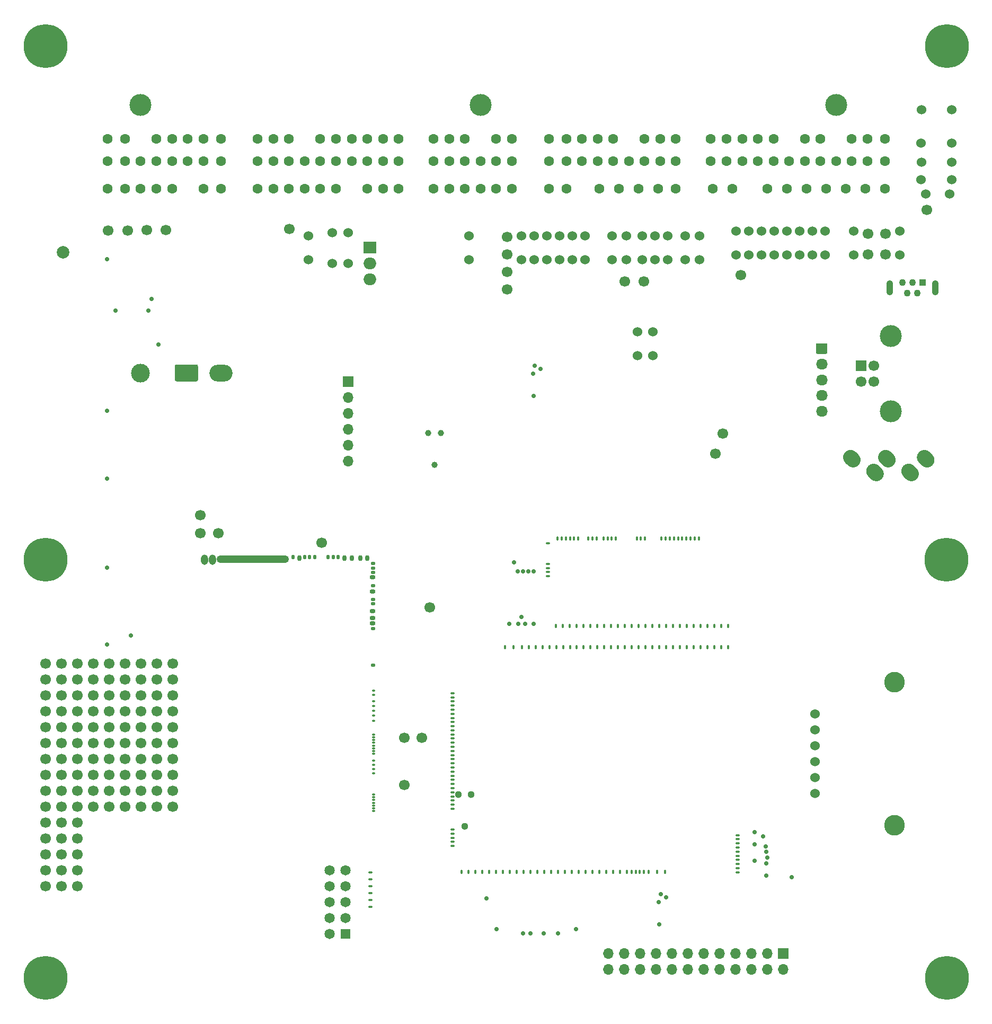
<source format=gbs>
G75*
G70*
%OFA0B0*%
%FSLAX25Y25*%
%IPPOS*%
%LPD*%
%AMOC8*
5,1,8,0,0,1.08239X$1,22.5*
%
%AMM197*
21,1,0.015350,0.009840,-0.000000,-0.000000,270.000000*
21,1,0.000000,0.025200,-0.000000,-0.000000,270.000000*
1,1,0.015350,-0.004920,-0.000000*
1,1,0.015350,-0.004920,-0.000000*
1,1,0.015350,0.004920,-0.000000*
1,1,0.015350,0.004920,-0.000000*
%
%AMM198*
21,1,0.015350,0.009840,-0.000000,-0.000000,180.000000*
21,1,0.000000,0.025200,-0.000000,-0.000000,180.000000*
1,1,0.015350,-0.000000,0.004920*
1,1,0.015350,-0.000000,0.004920*
1,1,0.015350,-0.000000,-0.004920*
1,1,0.015350,-0.000000,-0.004920*
%
%AMM348*
21,1,0.015350,0.009840,-0.000000,0.000000,270.000000*
21,1,0.000000,0.025200,-0.000000,0.000000,270.000000*
1,1,0.015350,-0.004920,0.000000*
1,1,0.015350,-0.004920,0.000000*
1,1,0.015350,0.004920,0.000000*
1,1,0.015350,0.004920,0.000000*
%
%ADD121O,0.44882X0.04331*%
%ADD122O,0.01575X0.02362*%
%ADD123O,0.02362X0.03150*%
%ADD124O,0.02362X0.01575*%
%ADD125O,0.01575X0.00787*%
%ADD17C,0.02362*%
%ADD172C,0.02913*%
%ADD18C,0.06000*%
%ADD20C,0.06693*%
%ADD206C,0.03900*%
%ADD21R,0.06693X0.06693*%
%ADD22O,0.06693X0.06693*%
%ADD229C,0.04451*%
%ADD255O,0.04488X0.06457*%
%ADD256O,0.03701X0.02913*%
%ADD266O,0.02126X0.01339*%
%ADD267O,0.02913X0.02126*%
%ADD268O,0.02913X0.03701*%
%ADD269O,0.45433X0.04882*%
%ADD270O,0.02126X0.02913*%
%ADD288C,0.06457*%
%ADD289R,0.06457X0.06457*%
%ADD33O,0.03937X0.05906*%
%ADD34O,0.03150X0.02362*%
%ADD35C,0.13780*%
%ADD36C,0.06299*%
%ADD37R,0.04331X0.04331*%
%ADD38C,0.04331*%
%ADD39O,0.04331X0.09449*%
%ADD416M197*%
%ADD417M198*%
%ADD45C,0.13000*%
%ADD46O,0.14567X0.10630*%
%ADD47C,0.27559*%
%ADD592M348*%
%ADD60C,0.11811*%
%ADD631R,0.07874X0.07500*%
%ADD632O,0.07874X0.07500*%
%ADD86O,0.07283X0.06693*%
%ADD98C,0.07874*%
X0000000Y0000000D02*
%LPD*%
G01*
D17*
X0297120Y0070059D03*
X0303321Y0050748D03*
X0353337Y0050784D03*
X0319955Y0048110D03*
X0324581Y0048110D03*
X0333144Y0048110D03*
X0341904Y0048110D03*
D18*
X0589581Y0522068D03*
X0570290Y0522068D03*
X0461936Y0474568D03*
X0461936Y0489568D03*
X0556936Y0474568D03*
X0556936Y0489568D03*
D20*
X0245285Y0141379D03*
X0245285Y0170915D03*
D21*
X0209936Y0395068D03*
D22*
X0209936Y0385068D03*
X0209936Y0375068D03*
X0209936Y0365068D03*
X0209936Y0355068D03*
X0209936Y0345068D03*
D20*
X0172936Y0491068D03*
X0079567Y0177549D03*
X0079567Y0187549D03*
X0079567Y0197549D03*
X0079567Y0207549D03*
X0079567Y0217549D03*
X0089567Y0177549D03*
X0089567Y0187549D03*
X0089567Y0197549D03*
X0089567Y0207549D03*
X0089567Y0217549D03*
X0099567Y0177549D03*
X0099567Y0187549D03*
X0099567Y0197549D03*
X0099567Y0207549D03*
X0099567Y0217549D03*
D18*
X0485936Y0474568D03*
X0485936Y0489568D03*
D20*
X0309936Y0464068D03*
X0116936Y0311045D03*
X0049567Y0127549D03*
X0049567Y0137549D03*
X0049567Y0147549D03*
X0049567Y0157549D03*
X0049567Y0167549D03*
X0059567Y0127549D03*
X0059567Y0137549D03*
X0059567Y0147549D03*
X0059567Y0157549D03*
X0059567Y0167549D03*
X0069567Y0127549D03*
X0069567Y0137549D03*
X0069567Y0147549D03*
X0069567Y0157549D03*
X0069567Y0167549D03*
D33*
X0119744Y0282846D03*
X0124688Y0282846D03*
D121*
X0150059Y0283339D03*
D122*
X0175453Y0284520D03*
D123*
X0179291Y0284126D03*
D122*
X0182716Y0284520D03*
X0185591Y0284520D03*
X0189113Y0284520D03*
X0197283Y0284520D03*
X0200826Y0284520D03*
X0203622Y0284520D03*
D123*
X0207638Y0284126D03*
X0212264Y0284126D03*
X0217579Y0284126D03*
X0222205Y0284126D03*
D124*
X0225748Y0280464D03*
X0225748Y0277728D03*
X0225748Y0275050D03*
D34*
X0225374Y0271823D03*
D124*
X0225748Y0266684D03*
D34*
X0225374Y0262866D03*
D124*
X0225748Y0257846D03*
X0225748Y0255287D03*
D34*
X0225374Y0250563D03*
X0225374Y0246331D03*
X0225374Y0242886D03*
D124*
X0225748Y0239638D03*
X0225748Y0216606D03*
D125*
X0226161Y0200642D03*
X0226161Y0198043D03*
X0226161Y0193870D03*
X0226161Y0191098D03*
X0226161Y0187948D03*
X0226161Y0184799D03*
X0226161Y0181665D03*
X0226161Y0173024D03*
X0226161Y0171291D03*
X0226161Y0169559D03*
X0226161Y0167827D03*
X0226161Y0166095D03*
X0226161Y0164362D03*
X0226161Y0162630D03*
X0226161Y0160898D03*
X0226161Y0156469D03*
X0226161Y0153870D03*
X0226161Y0151272D03*
X0226161Y0148673D03*
X0226161Y0135268D03*
X0226161Y0133535D03*
X0226161Y0131803D03*
X0226161Y0130071D03*
X0226161Y0128339D03*
X0226161Y0126606D03*
X0226161Y0124874D03*
D18*
X0350936Y0471568D03*
X0350936Y0486568D03*
D20*
X0309936Y0453068D03*
D35*
X0516936Y0569116D03*
X0293314Y0569116D03*
X0079534Y0569116D03*
D36*
X0058668Y0547659D03*
X0069692Y0547659D03*
X0089377Y0547659D03*
X0099219Y0547659D03*
X0109062Y0547659D03*
X0118904Y0547659D03*
X0129928Y0547659D03*
X0153156Y0547659D03*
X0162999Y0547659D03*
X0172841Y0547659D03*
X0192526Y0547659D03*
X0202369Y0547659D03*
X0212211Y0547659D03*
X0222054Y0547659D03*
X0231896Y0547659D03*
X0241739Y0547659D03*
X0263786Y0547659D03*
X0273629Y0547659D03*
X0283471Y0547659D03*
X0303156Y0547659D03*
X0312999Y0547659D03*
X0336227Y0547659D03*
X0347251Y0547659D03*
X0357093Y0547659D03*
X0366936Y0547659D03*
X0376778Y0547659D03*
X0396463Y0547659D03*
X0406306Y0547659D03*
X0416148Y0547659D03*
X0438196Y0547659D03*
X0448038Y0547659D03*
X0457881Y0547659D03*
X0467723Y0547659D03*
X0477566Y0547659D03*
X0497251Y0547659D03*
X0507093Y0547659D03*
X0526778Y0547659D03*
X0536621Y0547659D03*
X0547644Y0547659D03*
X0058668Y0533486D03*
X0069692Y0533486D03*
X0079534Y0533486D03*
X0089377Y0533486D03*
X0099219Y0533486D03*
X0109062Y0533486D03*
X0118904Y0533486D03*
X0129928Y0533486D03*
X0153156Y0533486D03*
X0162999Y0533486D03*
X0172841Y0533486D03*
X0182684Y0533486D03*
X0192526Y0533486D03*
X0202369Y0533486D03*
X0212211Y0533486D03*
X0222054Y0533486D03*
X0231896Y0533486D03*
X0241739Y0533486D03*
X0263786Y0533486D03*
X0273629Y0533486D03*
X0283471Y0533486D03*
X0293314Y0533486D03*
X0303156Y0533486D03*
X0312999Y0533486D03*
X0336227Y0533486D03*
X0347251Y0533486D03*
X0357093Y0533486D03*
X0366936Y0533486D03*
X0376778Y0533486D03*
X0386621Y0533486D03*
X0396463Y0533486D03*
X0406306Y0533486D03*
X0416148Y0533486D03*
X0438196Y0533486D03*
X0448038Y0533486D03*
X0457881Y0533486D03*
X0467723Y0533486D03*
X0477566Y0533486D03*
X0487408Y0533486D03*
X0497251Y0533486D03*
X0507093Y0533486D03*
X0516936Y0533486D03*
X0526778Y0533486D03*
X0536621Y0533486D03*
X0547644Y0533486D03*
X0058668Y0516163D03*
X0069692Y0516163D03*
X0079534Y0516163D03*
X0089377Y0516163D03*
X0099219Y0516163D03*
X0118904Y0516163D03*
X0129928Y0516163D03*
X0153156Y0516163D03*
X0162999Y0516163D03*
X0172841Y0516163D03*
X0182684Y0516163D03*
X0192526Y0516163D03*
X0202369Y0516163D03*
X0222054Y0516163D03*
X0231896Y0516163D03*
X0241739Y0516163D03*
X0263786Y0516163D03*
X0273629Y0516163D03*
X0283471Y0516163D03*
X0293314Y0516163D03*
X0303156Y0516163D03*
X0312999Y0516163D03*
X0336227Y0516163D03*
X0347251Y0516163D03*
X0368156Y0516163D03*
X0380479Y0516163D03*
X0392802Y0516163D03*
X0405125Y0516163D03*
X0416148Y0516163D03*
X0439377Y0516163D03*
X0451700Y0516163D03*
X0473707Y0516163D03*
X0486030Y0516163D03*
X0498353Y0516163D03*
X0510676Y0516163D03*
X0522999Y0516163D03*
X0535322Y0516163D03*
X0547644Y0516163D03*
D20*
X0547936Y0488068D03*
X0395936Y0458068D03*
X0128353Y0299627D03*
D18*
X0527936Y0474568D03*
X0527936Y0489568D03*
X0184936Y0471568D03*
X0184936Y0486568D03*
D37*
X0571266Y0457403D03*
D38*
X0568117Y0450513D03*
X0564967Y0457403D03*
X0561818Y0450513D03*
X0558668Y0457403D03*
D39*
X0579337Y0453958D03*
X0550597Y0453958D03*
D18*
X0493936Y0474568D03*
X0493936Y0489568D03*
X0199936Y0488714D03*
X0199936Y0469423D03*
X0509936Y0474568D03*
X0509936Y0489568D03*
D21*
X0532743Y0404942D03*
D20*
X0532743Y0395100D03*
X0540617Y0395100D03*
X0540617Y0404942D03*
D35*
X0551286Y0376320D03*
X0551286Y0423722D03*
D20*
X0256349Y0170906D03*
D17*
X0327520Y0405113D03*
X0330965Y0403046D03*
X0326339Y0400093D03*
X0326635Y0386117D03*
D45*
X0553550Y0205867D03*
X0553550Y0115867D03*
D18*
X0503550Y0185867D03*
X0503550Y0175867D03*
X0503550Y0165867D03*
X0503550Y0155867D03*
X0503550Y0145867D03*
X0503550Y0135867D03*
X0392133Y0426419D03*
X0392133Y0411419D03*
X0402936Y0486568D03*
X0402936Y0471568D03*
D20*
X0019567Y0177549D03*
X0019567Y0187549D03*
X0019567Y0197549D03*
X0019567Y0207549D03*
X0019567Y0217549D03*
X0029567Y0177549D03*
X0029567Y0187549D03*
X0029567Y0197549D03*
X0029567Y0207549D03*
X0029567Y0217549D03*
X0039567Y0177549D03*
X0039567Y0187549D03*
X0039567Y0197549D03*
X0039567Y0207549D03*
X0039567Y0217549D03*
X0059054Y0490068D03*
D17*
X0406667Y0072652D03*
X0410112Y0070585D03*
X0405486Y0067632D03*
X0405782Y0053656D03*
D20*
X0116936Y0299627D03*
D60*
X0079534Y0400415D03*
G36*
G01*
X0114574Y0395100D02*
X0101975Y0395100D01*
G75*
G02*
X0100991Y0396084I0000000J0000984D01*
G01*
X0100991Y0404745D01*
G75*
G02*
X0101975Y0405730I0000984J0000000D01*
G01*
X0114574Y0405730D01*
G75*
G02*
X0115558Y0404745I0000000J-000984D01*
G01*
X0115558Y0396084D01*
G75*
G02*
X0114574Y0395100I-000984J0000000D01*
G01*
G37*
D46*
X0129928Y0400415D03*
D20*
X0573936Y0503068D03*
D18*
X0469936Y0474568D03*
X0469936Y0489568D03*
X0209936Y0488714D03*
X0209936Y0469423D03*
D47*
X0019685Y0020079D03*
G36*
G01*
X0223638Y0086788D02*
X0224622Y0086788D01*
G75*
G02*
X0225114Y0086296I0000000J-000492D01*
G01*
X0225114Y0086296D01*
G75*
G02*
X0224622Y0085804I-000492J0000000D01*
G01*
X0223638Y0085804D01*
G75*
G02*
X0223146Y0086296I0000000J0000492D01*
G01*
X0223146Y0086296D01*
G75*
G02*
X0223638Y0086788I0000492J0000000D01*
G01*
G37*
G36*
G01*
X0223638Y0082458D02*
X0224622Y0082458D01*
G75*
G02*
X0225114Y0081965I0000000J-000492D01*
G01*
X0225114Y0081965D01*
G75*
G02*
X0224622Y0081473I-000492J0000000D01*
G01*
X0223638Y0081473D01*
G75*
G02*
X0223146Y0081965I0000000J0000492D01*
G01*
X0223146Y0081965D01*
G75*
G02*
X0223638Y0082458I0000492J0000000D01*
G01*
G37*
G36*
G01*
X0223638Y0078127D02*
X0224622Y0078127D01*
G75*
G02*
X0225114Y0077635I0000000J-000492D01*
G01*
X0225114Y0077635D01*
G75*
G02*
X0224622Y0077143I-000492J0000000D01*
G01*
X0223638Y0077143D01*
G75*
G02*
X0223146Y0077635I0000000J0000492D01*
G01*
X0223146Y0077635D01*
G75*
G02*
X0223638Y0078127I0000492J0000000D01*
G01*
G37*
G36*
G01*
X0223638Y0073796D02*
X0224622Y0073796D01*
G75*
G02*
X0225114Y0073304I0000000J-000492D01*
G01*
X0225114Y0073304D01*
G75*
G02*
X0224622Y0072812I-000492J0000000D01*
G01*
X0223638Y0072812D01*
G75*
G02*
X0223146Y0073304I0000000J0000492D01*
G01*
X0223146Y0073304D01*
G75*
G02*
X0223638Y0073796I0000492J0000000D01*
G01*
G37*
G36*
G01*
X0223638Y0069465D02*
X0224622Y0069465D01*
G75*
G02*
X0225114Y0068973I0000000J-000492D01*
G01*
X0225114Y0068973D01*
G75*
G02*
X0224622Y0068481I-000492J0000000D01*
G01*
X0223638Y0068481D01*
G75*
G02*
X0223146Y0068973I0000000J0000492D01*
G01*
X0223146Y0068973D01*
G75*
G02*
X0223638Y0069465I0000492J0000000D01*
G01*
G37*
G36*
G01*
X0223638Y0065135D02*
X0224622Y0065135D01*
G75*
G02*
X0225114Y0064643I0000000J-000492D01*
G01*
X0225114Y0064643D01*
G75*
G02*
X0224622Y0064151I-000492J0000000D01*
G01*
X0223638Y0064151D01*
G75*
G02*
X0223146Y0064643I0000000J0000492D01*
G01*
X0223146Y0064643D01*
G75*
G02*
X0223638Y0065135I0000492J0000000D01*
G01*
G37*
D20*
X0309936Y0486068D03*
X0019567Y0077549D03*
X0019567Y0087549D03*
X0019567Y0097549D03*
X0019567Y0107549D03*
X0019567Y0117549D03*
X0029567Y0077549D03*
X0029567Y0087549D03*
X0029567Y0097549D03*
X0029567Y0107549D03*
X0029567Y0117549D03*
X0039567Y0077549D03*
X0039567Y0087549D03*
X0039567Y0097549D03*
X0039567Y0107549D03*
X0039567Y0117549D03*
G36*
G01*
X0335286Y0273039D02*
X0336270Y0273039D01*
G75*
G02*
X0336762Y0272547I0000000J-000492D01*
G01*
X0336762Y0272547D01*
G75*
G02*
X0336270Y0272054I-000492J0000000D01*
G01*
X0335286Y0272054D01*
G75*
G02*
X0334794Y0272547I0000000J0000492D01*
G01*
X0334794Y0272547D01*
G75*
G02*
X0335286Y0273039I0000492J0000000D01*
G01*
G37*
G36*
G01*
X0335286Y0275637D02*
X0336270Y0275637D01*
G75*
G02*
X0336762Y0275145I0000000J-000492D01*
G01*
X0336762Y0275145D01*
G75*
G02*
X0336270Y0274653I-000492J0000000D01*
G01*
X0335286Y0274653D01*
G75*
G02*
X0334794Y0275145I0000000J0000492D01*
G01*
X0334794Y0275145D01*
G75*
G02*
X0335286Y0275637I0000492J0000000D01*
G01*
G37*
G36*
G01*
X0335286Y0278236D02*
X0336270Y0278236D01*
G75*
G02*
X0336762Y0277743I0000000J-000492D01*
G01*
X0336762Y0277743D01*
G75*
G02*
X0336270Y0277251I-000492J0000000D01*
G01*
X0335286Y0277251D01*
G75*
G02*
X0334794Y0277743I0000000J0000492D01*
G01*
X0334794Y0277743D01*
G75*
G02*
X0335286Y0278236I0000492J0000000D01*
G01*
G37*
G36*
G01*
X0335286Y0280834D02*
X0336270Y0280834D01*
G75*
G02*
X0336762Y0280342I0000000J-000492D01*
G01*
X0336762Y0280342D01*
G75*
G02*
X0336270Y0279850I-000492J0000000D01*
G01*
X0335286Y0279850D01*
G75*
G02*
X0334794Y0280342I0000000J0000492D01*
G01*
X0334794Y0280342D01*
G75*
G02*
X0335286Y0280834I0000492J0000000D01*
G01*
G37*
G36*
G01*
X0335286Y0293826D02*
X0336270Y0293826D01*
G75*
G02*
X0336762Y0293334I0000000J-000492D01*
G01*
X0336762Y0293334D01*
G75*
G02*
X0336270Y0292842I-000492J0000000D01*
G01*
X0335286Y0292842D01*
G75*
G02*
X0334794Y0293334I0000000J0000492D01*
G01*
X0334794Y0293334D01*
G75*
G02*
X0335286Y0293826I0000492J0000000D01*
G01*
G37*
G36*
G01*
X0448554Y0240681D02*
X0448554Y0241665D01*
G75*
G02*
X0449046Y0242158I0000492J0000000D01*
G01*
X0449046Y0242158D01*
G75*
G02*
X0449538Y0241665I0000000J-000492D01*
G01*
X0449538Y0240681D01*
G75*
G02*
X0449046Y0240189I-000492J0000000D01*
G01*
X0449046Y0240189D01*
G75*
G02*
X0448554Y0240681I0000000J0000492D01*
G01*
G37*
G36*
G01*
X0445207Y0241665D02*
X0445207Y0240681D01*
G75*
G02*
X0444715Y0240189I-000492J0000000D01*
G01*
X0444715Y0240189D01*
G75*
G02*
X0444223Y0240681I0000000J0000492D01*
G01*
X0444223Y0241665D01*
G75*
G02*
X0444715Y0242158I0000492J0000000D01*
G01*
X0444715Y0242158D01*
G75*
G02*
X0445207Y0241665I0000000J-000492D01*
G01*
G37*
G36*
G01*
X0440877Y0241665D02*
X0440877Y0240681D01*
G75*
G02*
X0440384Y0240189I-000492J0000000D01*
G01*
X0440384Y0240189D01*
G75*
G02*
X0439892Y0240681I0000000J0000492D01*
G01*
X0439892Y0241665D01*
G75*
G02*
X0440384Y0242158I0000492J0000000D01*
G01*
X0440384Y0242158D01*
G75*
G02*
X0440877Y0241665I0000000J-000492D01*
G01*
G37*
G36*
G01*
X0436546Y0241665D02*
X0436546Y0240681D01*
G75*
G02*
X0436054Y0240189I-000492J0000000D01*
G01*
X0436054Y0240189D01*
G75*
G02*
X0435562Y0240681I0000000J0000492D01*
G01*
X0435562Y0241665D01*
G75*
G02*
X0436054Y0242158I0000492J0000000D01*
G01*
X0436054Y0242158D01*
G75*
G02*
X0436546Y0241665I0000000J-000492D01*
G01*
G37*
G36*
G01*
X0432215Y0241665D02*
X0432215Y0240681D01*
G75*
G02*
X0431723Y0240189I-000492J0000000D01*
G01*
X0431723Y0240189D01*
G75*
G02*
X0431231Y0240681I0000000J0000492D01*
G01*
X0431231Y0241665D01*
G75*
G02*
X0431723Y0242158I0000492J0000000D01*
G01*
X0431723Y0242158D01*
G75*
G02*
X0432215Y0241665I0000000J-000492D01*
G01*
G37*
G36*
G01*
X0427884Y0241665D02*
X0427884Y0240681D01*
G75*
G02*
X0427392Y0240189I-000492J0000000D01*
G01*
X0427392Y0240189D01*
G75*
G02*
X0426900Y0240681I0000000J0000492D01*
G01*
X0426900Y0241665D01*
G75*
G02*
X0427392Y0242158I0000492J0000000D01*
G01*
X0427392Y0242158D01*
G75*
G02*
X0427884Y0241665I0000000J-000492D01*
G01*
G37*
G36*
G01*
X0423554Y0241665D02*
X0423554Y0240681D01*
G75*
G02*
X0423062Y0240189I-000492J0000000D01*
G01*
X0423062Y0240189D01*
G75*
G02*
X0422569Y0240681I0000000J0000492D01*
G01*
X0422569Y0241665D01*
G75*
G02*
X0423062Y0242158I0000492J0000000D01*
G01*
X0423062Y0242158D01*
G75*
G02*
X0423554Y0241665I0000000J-000492D01*
G01*
G37*
G36*
G01*
X0419223Y0241665D02*
X0419223Y0240681D01*
G75*
G02*
X0418731Y0240189I-000492J0000000D01*
G01*
X0418731Y0240189D01*
G75*
G02*
X0418239Y0240681I0000000J0000492D01*
G01*
X0418239Y0241665D01*
G75*
G02*
X0418731Y0242158I0000492J0000000D01*
G01*
X0418731Y0242158D01*
G75*
G02*
X0419223Y0241665I0000000J-000492D01*
G01*
G37*
G36*
G01*
X0414892Y0241665D02*
X0414892Y0240681D01*
G75*
G02*
X0414400Y0240189I-000492J0000000D01*
G01*
X0414400Y0240189D01*
G75*
G02*
X0413908Y0240681I0000000J0000492D01*
G01*
X0413908Y0241665D01*
G75*
G02*
X0414400Y0242158I0000492J0000000D01*
G01*
X0414400Y0242158D01*
G75*
G02*
X0414892Y0241665I0000000J-000492D01*
G01*
G37*
G36*
G01*
X0410562Y0241665D02*
X0410562Y0240681D01*
G75*
G02*
X0410069Y0240189I-000492J0000000D01*
G01*
X0410069Y0240189D01*
G75*
G02*
X0409577Y0240681I0000000J0000492D01*
G01*
X0409577Y0241665D01*
G75*
G02*
X0410069Y0242158I0000492J0000000D01*
G01*
X0410069Y0242158D01*
G75*
G02*
X0410562Y0241665I0000000J-000492D01*
G01*
G37*
G36*
G01*
X0406231Y0241665D02*
X0406231Y0240681D01*
G75*
G02*
X0405739Y0240189I-000492J0000000D01*
G01*
X0405739Y0240189D01*
G75*
G02*
X0405247Y0240681I0000000J0000492D01*
G01*
X0405247Y0241665D01*
G75*
G02*
X0405739Y0242158I0000492J0000000D01*
G01*
X0405739Y0242158D01*
G75*
G02*
X0406231Y0241665I0000000J-000492D01*
G01*
G37*
G36*
G01*
X0401900Y0241665D02*
X0401900Y0240681D01*
G75*
G02*
X0401408Y0240189I-000492J0000000D01*
G01*
X0401408Y0240189D01*
G75*
G02*
X0400916Y0240681I0000000J0000492D01*
G01*
X0400916Y0241665D01*
G75*
G02*
X0401408Y0242158I0000492J0000000D01*
G01*
X0401408Y0242158D01*
G75*
G02*
X0401900Y0241665I0000000J-000492D01*
G01*
G37*
G36*
G01*
X0397570Y0241665D02*
X0397570Y0240681D01*
G75*
G02*
X0397077Y0240189I-000492J0000000D01*
G01*
X0397077Y0240189D01*
G75*
G02*
X0396585Y0240681I0000000J0000492D01*
G01*
X0396585Y0241665D01*
G75*
G02*
X0397077Y0242158I0000492J0000000D01*
G01*
X0397077Y0242158D01*
G75*
G02*
X0397570Y0241665I0000000J-000492D01*
G01*
G37*
G36*
G01*
X0393239Y0241665D02*
X0393239Y0240681D01*
G75*
G02*
X0392747Y0240189I-000492J0000000D01*
G01*
X0392747Y0240189D01*
G75*
G02*
X0392255Y0240681I0000000J0000492D01*
G01*
X0392255Y0241665D01*
G75*
G02*
X0392747Y0242158I0000492J0000000D01*
G01*
X0392747Y0242158D01*
G75*
G02*
X0393239Y0241665I0000000J-000492D01*
G01*
G37*
G36*
G01*
X0388908Y0241665D02*
X0388908Y0240681D01*
G75*
G02*
X0388416Y0240189I-000492J0000000D01*
G01*
X0388416Y0240189D01*
G75*
G02*
X0387924Y0240681I0000000J0000492D01*
G01*
X0387924Y0241665D01*
G75*
G02*
X0388416Y0242158I0000492J0000000D01*
G01*
X0388416Y0242158D01*
G75*
G02*
X0388908Y0241665I0000000J-000492D01*
G01*
G37*
G36*
G01*
X0384577Y0241665D02*
X0384577Y0240681D01*
G75*
G02*
X0384085Y0240189I-000492J0000000D01*
G01*
X0384085Y0240189D01*
G75*
G02*
X0383593Y0240681I0000000J0000492D01*
G01*
X0383593Y0241665D01*
G75*
G02*
X0384085Y0242158I0000492J0000000D01*
G01*
X0384085Y0242158D01*
G75*
G02*
X0384577Y0241665I0000000J-000492D01*
G01*
G37*
G36*
G01*
X0380247Y0241665D02*
X0380247Y0240681D01*
G75*
G02*
X0379755Y0240189I-000492J0000000D01*
G01*
X0379755Y0240189D01*
G75*
G02*
X0379262Y0240681I0000000J0000492D01*
G01*
X0379262Y0241665D01*
G75*
G02*
X0379755Y0242158I0000492J0000000D01*
G01*
X0379755Y0242158D01*
G75*
G02*
X0380247Y0241665I0000000J-000492D01*
G01*
G37*
G36*
G01*
X0375916Y0241665D02*
X0375916Y0240681D01*
G75*
G02*
X0375424Y0240189I-000492J0000000D01*
G01*
X0375424Y0240189D01*
G75*
G02*
X0374932Y0240681I0000000J0000492D01*
G01*
X0374932Y0241665D01*
G75*
G02*
X0375424Y0242158I0000492J0000000D01*
G01*
X0375424Y0242158D01*
G75*
G02*
X0375916Y0241665I0000000J-000492D01*
G01*
G37*
G36*
G01*
X0371585Y0241665D02*
X0371585Y0240681D01*
G75*
G02*
X0371093Y0240189I-000492J0000000D01*
G01*
X0371093Y0240189D01*
G75*
G02*
X0370601Y0240681I0000000J0000492D01*
G01*
X0370601Y0241665D01*
G75*
G02*
X0371093Y0242158I0000492J0000000D01*
G01*
X0371093Y0242158D01*
G75*
G02*
X0371585Y0241665I0000000J-000492D01*
G01*
G37*
G36*
G01*
X0367255Y0241665D02*
X0367255Y0240681D01*
G75*
G02*
X0366762Y0240189I-000492J0000000D01*
G01*
X0366762Y0240189D01*
G75*
G02*
X0366270Y0240681I0000000J0000492D01*
G01*
X0366270Y0241665D01*
G75*
G02*
X0366762Y0242158I0000492J0000000D01*
G01*
X0366762Y0242158D01*
G75*
G02*
X0367255Y0241665I0000000J-000492D01*
G01*
G37*
G36*
G01*
X0362924Y0241665D02*
X0362924Y0240681D01*
G75*
G02*
X0362432Y0240189I-000492J0000000D01*
G01*
X0362432Y0240189D01*
G75*
G02*
X0361940Y0240681I0000000J0000492D01*
G01*
X0361940Y0241665D01*
G75*
G02*
X0362432Y0242158I0000492J0000000D01*
G01*
X0362432Y0242158D01*
G75*
G02*
X0362924Y0241665I0000000J-000492D01*
G01*
G37*
G36*
G01*
X0358593Y0241665D02*
X0358593Y0240681D01*
G75*
G02*
X0358101Y0240189I-000492J0000000D01*
G01*
X0358101Y0240189D01*
G75*
G02*
X0357609Y0240681I0000000J0000492D01*
G01*
X0357609Y0241665D01*
G75*
G02*
X0358101Y0242158I0000492J0000000D01*
G01*
X0358101Y0242158D01*
G75*
G02*
X0358593Y0241665I0000000J-000492D01*
G01*
G37*
G36*
G01*
X0354263Y0241665D02*
X0354263Y0240681D01*
G75*
G02*
X0353770Y0240189I-000492J0000000D01*
G01*
X0353770Y0240189D01*
G75*
G02*
X0353278Y0240681I0000000J0000492D01*
G01*
X0353278Y0241665D01*
G75*
G02*
X0353770Y0242158I0000492J0000000D01*
G01*
X0353770Y0242158D01*
G75*
G02*
X0354263Y0241665I0000000J-000492D01*
G01*
G37*
G36*
G01*
X0349932Y0241665D02*
X0349932Y0240681D01*
G75*
G02*
X0349440Y0240189I-000492J0000000D01*
G01*
X0349440Y0240189D01*
G75*
G02*
X0348948Y0240681I0000000J0000492D01*
G01*
X0348948Y0241665D01*
G75*
G02*
X0349440Y0242158I0000492J0000000D01*
G01*
X0349440Y0242158D01*
G75*
G02*
X0349932Y0241665I0000000J-000492D01*
G01*
G37*
G36*
G01*
X0345601Y0241665D02*
X0345601Y0240681D01*
G75*
G02*
X0345109Y0240189I-000492J0000000D01*
G01*
X0345109Y0240189D01*
G75*
G02*
X0344617Y0240681I0000000J0000492D01*
G01*
X0344617Y0241665D01*
G75*
G02*
X0345109Y0242158I0000492J0000000D01*
G01*
X0345109Y0242158D01*
G75*
G02*
X0345601Y0241665I0000000J-000492D01*
G01*
G37*
G36*
G01*
X0341270Y0241665D02*
X0341270Y0240681D01*
G75*
G02*
X0340778Y0240189I-000492J0000000D01*
G01*
X0340778Y0240189D01*
G75*
G02*
X0340286Y0240681I0000000J0000492D01*
G01*
X0340286Y0241665D01*
G75*
G02*
X0340778Y0242158I0000492J0000000D01*
G01*
X0340778Y0242158D01*
G75*
G02*
X0341270Y0241665I0000000J-000492D01*
G01*
G37*
G36*
G01*
X0342258Y0296634D02*
X0342258Y0295650D01*
G75*
G02*
X0341766Y0295158I-000492J0000000D01*
G01*
X0341766Y0295158D01*
G75*
G02*
X0341274Y0295650I0000000J0000492D01*
G01*
X0341274Y0296634D01*
G75*
G02*
X0341766Y0297126I0000492J0000000D01*
G01*
X0341766Y0297126D01*
G75*
G02*
X0342258Y0296634I0000000J-000492D01*
G01*
G37*
G36*
G01*
X0344857Y0296634D02*
X0344857Y0295650D01*
G75*
G02*
X0344365Y0295158I-000492J0000000D01*
G01*
X0344365Y0295158D01*
G75*
G02*
X0343873Y0295650I0000000J0000492D01*
G01*
X0343873Y0296634D01*
G75*
G02*
X0344365Y0297126I0000492J0000000D01*
G01*
X0344365Y0297126D01*
G75*
G02*
X0344857Y0296634I0000000J-000492D01*
G01*
G37*
G36*
G01*
X0347455Y0296634D02*
X0347455Y0295650D01*
G75*
G02*
X0346963Y0295158I-000492J0000000D01*
G01*
X0346963Y0295158D01*
G75*
G02*
X0346471Y0295650I0000000J0000492D01*
G01*
X0346471Y0296634D01*
G75*
G02*
X0346963Y0297126I0000492J0000000D01*
G01*
X0346963Y0297126D01*
G75*
G02*
X0347455Y0296634I0000000J-000492D01*
G01*
G37*
G36*
G01*
X0350054Y0296634D02*
X0350054Y0295650D01*
G75*
G02*
X0349562Y0295158I-000492J0000000D01*
G01*
X0349562Y0295158D01*
G75*
G02*
X0349069Y0295650I0000000J0000492D01*
G01*
X0349069Y0296634D01*
G75*
G02*
X0349562Y0297126I0000492J0000000D01*
G01*
X0349562Y0297126D01*
G75*
G02*
X0350054Y0296634I0000000J-000492D01*
G01*
G37*
G36*
G01*
X0352652Y0296634D02*
X0352652Y0295650D01*
G75*
G02*
X0352160Y0295158I-000492J0000000D01*
G01*
X0352160Y0295158D01*
G75*
G02*
X0351668Y0295650I0000000J0000492D01*
G01*
X0351668Y0296634D01*
G75*
G02*
X0352160Y0297126I0000492J0000000D01*
G01*
X0352160Y0297126D01*
G75*
G02*
X0352652Y0296634I0000000J-000492D01*
G01*
G37*
G36*
G01*
X0355251Y0296634D02*
X0355251Y0295650D01*
G75*
G02*
X0354758Y0295158I-000492J0000000D01*
G01*
X0354758Y0295158D01*
G75*
G02*
X0354266Y0295650I0000000J0000492D01*
G01*
X0354266Y0296634D01*
G75*
G02*
X0354758Y0297126I0000492J0000000D01*
G01*
X0354758Y0297126D01*
G75*
G02*
X0355251Y0296634I0000000J-000492D01*
G01*
G37*
G36*
G01*
X0361554Y0296634D02*
X0361554Y0295650D01*
G75*
G02*
X0361062Y0295158I-000492J0000000D01*
G01*
X0361062Y0295158D01*
G75*
G02*
X0360569Y0295650I0000000J0000492D01*
G01*
X0360569Y0296634D01*
G75*
G02*
X0361062Y0297126I0000492J0000000D01*
G01*
X0361062Y0297126D01*
G75*
G02*
X0361554Y0296634I0000000J-000492D01*
G01*
G37*
G36*
G01*
X0364152Y0296634D02*
X0364152Y0295650D01*
G75*
G02*
X0363660Y0295158I-000492J0000000D01*
G01*
X0363660Y0295158D01*
G75*
G02*
X0363168Y0295650I0000000J0000492D01*
G01*
X0363168Y0296634D01*
G75*
G02*
X0363660Y0297126I0000492J0000000D01*
G01*
X0363660Y0297126D01*
G75*
G02*
X0364152Y0296634I0000000J-000492D01*
G01*
G37*
G36*
G01*
X0366751Y0296634D02*
X0366751Y0295650D01*
G75*
G02*
X0366258Y0295158I-000492J0000000D01*
G01*
X0366258Y0295158D01*
G75*
G02*
X0365766Y0295650I0000000J0000492D01*
G01*
X0365766Y0296634D01*
G75*
G02*
X0366258Y0297126I0000492J0000000D01*
G01*
X0366258Y0297126D01*
G75*
G02*
X0366751Y0296634I0000000J-000492D01*
G01*
G37*
G36*
G01*
X0371164Y0296634D02*
X0371164Y0295650D01*
G75*
G02*
X0370671Y0295158I-000492J0000000D01*
G01*
X0370671Y0295158D01*
G75*
G02*
X0370179Y0295650I0000000J0000492D01*
G01*
X0370179Y0296634D01*
G75*
G02*
X0370671Y0297126I0000492J0000000D01*
G01*
X0370671Y0297126D01*
G75*
G02*
X0371164Y0296634I0000000J-000492D01*
G01*
G37*
G36*
G01*
X0373762Y0296634D02*
X0373762Y0295650D01*
G75*
G02*
X0373270Y0295158I-000492J0000000D01*
G01*
X0373270Y0295158D01*
G75*
G02*
X0372778Y0295650I0000000J0000492D01*
G01*
X0372778Y0296634D01*
G75*
G02*
X0373270Y0297126I0000492J0000000D01*
G01*
X0373270Y0297126D01*
G75*
G02*
X0373762Y0296634I0000000J-000492D01*
G01*
G37*
G36*
G01*
X0376360Y0296634D02*
X0376360Y0295650D01*
G75*
G02*
X0375868Y0295158I-000492J0000000D01*
G01*
X0375868Y0295158D01*
G75*
G02*
X0375376Y0295650I0000000J0000492D01*
G01*
X0375376Y0296634D01*
G75*
G02*
X0375868Y0297126I0000492J0000000D01*
G01*
X0375868Y0297126D01*
G75*
G02*
X0376360Y0296634I0000000J-000492D01*
G01*
G37*
G36*
G01*
X0378959Y0296634D02*
X0378959Y0295650D01*
G75*
G02*
X0378467Y0295158I-000492J0000000D01*
G01*
X0378467Y0295158D01*
G75*
G02*
X0377975Y0295650I0000000J0000492D01*
G01*
X0377975Y0296634D01*
G75*
G02*
X0378467Y0297126I0000492J0000000D01*
G01*
X0378467Y0297126D01*
G75*
G02*
X0378959Y0296634I0000000J-000492D01*
G01*
G37*
G36*
G01*
X0392054Y0296634D02*
X0392054Y0295650D01*
G75*
G02*
X0391562Y0295158I-000492J0000000D01*
G01*
X0391562Y0295158D01*
G75*
G02*
X0391069Y0295650I0000000J0000492D01*
G01*
X0391069Y0296634D01*
G75*
G02*
X0391562Y0297126I0000492J0000000D01*
G01*
X0391562Y0297126D01*
G75*
G02*
X0392054Y0296634I0000000J-000492D01*
G01*
G37*
G36*
G01*
X0394652Y0296634D02*
X0394652Y0295650D01*
G75*
G02*
X0394160Y0295158I-000492J0000000D01*
G01*
X0394160Y0295158D01*
G75*
G02*
X0393668Y0295650I0000000J0000492D01*
G01*
X0393668Y0296634D01*
G75*
G02*
X0394160Y0297126I0000492J0000000D01*
G01*
X0394160Y0297126D01*
G75*
G02*
X0394652Y0296634I0000000J-000492D01*
G01*
G37*
G36*
G01*
X0397251Y0296634D02*
X0397251Y0295650D01*
G75*
G02*
X0396758Y0295158I-000492J0000000D01*
G01*
X0396758Y0295158D01*
G75*
G02*
X0396266Y0295650I0000000J0000492D01*
G01*
X0396266Y0296634D01*
G75*
G02*
X0396758Y0297126I0000492J0000000D01*
G01*
X0396758Y0297126D01*
G75*
G02*
X0397251Y0296634I0000000J-000492D01*
G01*
G37*
G36*
G01*
X0407668Y0296634D02*
X0407668Y0295650D01*
G75*
G02*
X0407176Y0295158I-000492J0000000D01*
G01*
X0407176Y0295158D01*
G75*
G02*
X0406684Y0295650I0000000J0000492D01*
G01*
X0406684Y0296634D01*
G75*
G02*
X0407176Y0297126I0000492J0000000D01*
G01*
X0407176Y0297126D01*
G75*
G02*
X0407668Y0296634I0000000J-000492D01*
G01*
G37*
G36*
G01*
X0410266Y0296634D02*
X0410266Y0295650D01*
G75*
G02*
X0409774Y0295158I-000492J0000000D01*
G01*
X0409774Y0295158D01*
G75*
G02*
X0409282Y0295650I0000000J0000492D01*
G01*
X0409282Y0296634D01*
G75*
G02*
X0409774Y0297126I0000492J0000000D01*
G01*
X0409774Y0297126D01*
G75*
G02*
X0410266Y0296634I0000000J-000492D01*
G01*
G37*
G36*
G01*
X0412865Y0296634D02*
X0412865Y0295650D01*
G75*
G02*
X0412373Y0295158I-000492J0000000D01*
G01*
X0412373Y0295158D01*
G75*
G02*
X0411880Y0295650I0000000J0000492D01*
G01*
X0411880Y0296634D01*
G75*
G02*
X0412373Y0297126I0000492J0000000D01*
G01*
X0412373Y0297126D01*
G75*
G02*
X0412865Y0296634I0000000J-000492D01*
G01*
G37*
G36*
G01*
X0415463Y0296634D02*
X0415463Y0295650D01*
G75*
G02*
X0414971Y0295158I-000492J0000000D01*
G01*
X0414971Y0295158D01*
G75*
G02*
X0414479Y0295650I0000000J0000492D01*
G01*
X0414479Y0296634D01*
G75*
G02*
X0414971Y0297126I0000492J0000000D01*
G01*
X0414971Y0297126D01*
G75*
G02*
X0415463Y0296634I0000000J-000492D01*
G01*
G37*
G36*
G01*
X0418062Y0296634D02*
X0418062Y0295650D01*
G75*
G02*
X0417569Y0295158I-000492J0000000D01*
G01*
X0417569Y0295158D01*
G75*
G02*
X0417077Y0295650I0000000J0000492D01*
G01*
X0417077Y0296634D01*
G75*
G02*
X0417569Y0297126I0000492J0000000D01*
G01*
X0417569Y0297126D01*
G75*
G02*
X0418062Y0296634I0000000J-000492D01*
G01*
G37*
G36*
G01*
X0420660Y0296634D02*
X0420660Y0295650D01*
G75*
G02*
X0420168Y0295158I-000492J0000000D01*
G01*
X0420168Y0295158D01*
G75*
G02*
X0419676Y0295650I0000000J0000492D01*
G01*
X0419676Y0296634D01*
G75*
G02*
X0420168Y0297126I0000492J0000000D01*
G01*
X0420168Y0297126D01*
G75*
G02*
X0420660Y0296634I0000000J-000492D01*
G01*
G37*
G36*
G01*
X0423258Y0296634D02*
X0423258Y0295650D01*
G75*
G02*
X0422766Y0295158I-000492J0000000D01*
G01*
X0422766Y0295158D01*
G75*
G02*
X0422274Y0295650I0000000J0000492D01*
G01*
X0422274Y0296634D01*
G75*
G02*
X0422766Y0297126I0000492J0000000D01*
G01*
X0422766Y0297126D01*
G75*
G02*
X0423258Y0296634I0000000J-000492D01*
G01*
G37*
G36*
G01*
X0425857Y0296634D02*
X0425857Y0295650D01*
G75*
G02*
X0425365Y0295158I-000492J0000000D01*
G01*
X0425365Y0295158D01*
G75*
G02*
X0424873Y0295650I0000000J0000492D01*
G01*
X0424873Y0296634D01*
G75*
G02*
X0425365Y0297126I0000492J0000000D01*
G01*
X0425365Y0297126D01*
G75*
G02*
X0425857Y0296634I0000000J-000492D01*
G01*
G37*
G36*
G01*
X0428455Y0296634D02*
X0428455Y0295650D01*
G75*
G02*
X0427963Y0295158I-000492J0000000D01*
G01*
X0427963Y0295158D01*
G75*
G02*
X0427471Y0295650I0000000J0000492D01*
G01*
X0427471Y0296634D01*
G75*
G02*
X0427963Y0297126I0000492J0000000D01*
G01*
X0427963Y0297126D01*
G75*
G02*
X0428455Y0296634I0000000J-000492D01*
G01*
G37*
G36*
G01*
X0431054Y0296634D02*
X0431054Y0295650D01*
G75*
G02*
X0430562Y0295158I-000492J0000000D01*
G01*
X0430562Y0295158D01*
G75*
G02*
X0430069Y0295650I0000000J0000492D01*
G01*
X0430069Y0296634D01*
G75*
G02*
X0430562Y0297126I0000492J0000000D01*
G01*
X0430562Y0297126D01*
G75*
G02*
X0431054Y0296634I0000000J-000492D01*
G01*
G37*
D18*
X0394936Y0471568D03*
X0394936Y0486568D03*
G36*
G01*
X0275360Y0103401D02*
X0276345Y0103401D01*
G75*
G02*
X0276837Y0102909I0000000J-000492D01*
G01*
X0276837Y0102909D01*
G75*
G02*
X0276345Y0102417I-000492J0000000D01*
G01*
X0275360Y0102417D01*
G75*
G02*
X0274868Y0102909I0000000J0000492D01*
G01*
X0274868Y0102909D01*
G75*
G02*
X0275360Y0103401I0000492J0000000D01*
G01*
G37*
G36*
G01*
X0276345Y0105015D02*
X0275360Y0105015D01*
G75*
G02*
X0274868Y0105507I0000000J0000492D01*
G01*
X0274868Y0105507D01*
G75*
G02*
X0275360Y0105999I0000492J0000000D01*
G01*
X0276345Y0105999D01*
G75*
G02*
X0276837Y0105507I0000000J-000492D01*
G01*
X0276837Y0105507D01*
G75*
G02*
X0276345Y0105015I-000492J0000000D01*
G01*
G37*
G36*
G01*
X0276345Y0107614D02*
X0275360Y0107614D01*
G75*
G02*
X0274868Y0108106I0000000J0000492D01*
G01*
X0274868Y0108106D01*
G75*
G02*
X0275360Y0108598I0000492J0000000D01*
G01*
X0276345Y0108598D01*
G75*
G02*
X0276837Y0108106I0000000J-000492D01*
G01*
X0276837Y0108106D01*
G75*
G02*
X0276345Y0107614I-000492J0000000D01*
G01*
G37*
G36*
G01*
X0276345Y0110212D02*
X0275360Y0110212D01*
G75*
G02*
X0274868Y0110704I0000000J0000492D01*
G01*
X0274868Y0110704D01*
G75*
G02*
X0275360Y0111196I0000492J0000000D01*
G01*
X0276345Y0111196D01*
G75*
G02*
X0276837Y0110704I0000000J-000492D01*
G01*
X0276837Y0110704D01*
G75*
G02*
X0276345Y0110212I-000492J0000000D01*
G01*
G37*
G36*
G01*
X0276345Y0112810D02*
X0275360Y0112810D01*
G75*
G02*
X0274868Y0113303I0000000J0000492D01*
G01*
X0274868Y0113303D01*
G75*
G02*
X0275360Y0113795I0000492J0000000D01*
G01*
X0276345Y0113795D01*
G75*
G02*
X0276837Y0113303I0000000J-000492D01*
G01*
X0276837Y0113303D01*
G75*
G02*
X0276345Y0112810I-000492J0000000D01*
G01*
G37*
G36*
G01*
X0276345Y0125803D02*
X0275360Y0125803D01*
G75*
G02*
X0274868Y0126295I0000000J0000492D01*
G01*
X0274868Y0126295D01*
G75*
G02*
X0275360Y0126787I0000492J0000000D01*
G01*
X0276345Y0126787D01*
G75*
G02*
X0276837Y0126295I0000000J-000492D01*
G01*
X0276837Y0126295D01*
G75*
G02*
X0276345Y0125803I-000492J0000000D01*
G01*
G37*
G36*
G01*
X0276345Y0128401D02*
X0275360Y0128401D01*
G75*
G02*
X0274868Y0128893I0000000J0000492D01*
G01*
X0274868Y0128893D01*
G75*
G02*
X0275360Y0129385I0000492J0000000D01*
G01*
X0276345Y0129385D01*
G75*
G02*
X0276837Y0128893I0000000J-000492D01*
G01*
X0276837Y0128893D01*
G75*
G02*
X0276345Y0128401I-000492J0000000D01*
G01*
G37*
G36*
G01*
X0276345Y0130999D02*
X0275360Y0130999D01*
G75*
G02*
X0274868Y0131492I0000000J0000492D01*
G01*
X0274868Y0131492D01*
G75*
G02*
X0275360Y0131984I0000492J0000000D01*
G01*
X0276345Y0131984D01*
G75*
G02*
X0276837Y0131492I0000000J-000492D01*
G01*
X0276837Y0131492D01*
G75*
G02*
X0276345Y0130999I-000492J0000000D01*
G01*
G37*
G36*
G01*
X0276345Y0133598D02*
X0275360Y0133598D01*
G75*
G02*
X0274868Y0134090I0000000J0000492D01*
G01*
X0274868Y0134090D01*
G75*
G02*
X0275360Y0134582I0000492J0000000D01*
G01*
X0276345Y0134582D01*
G75*
G02*
X0276837Y0134090I0000000J-000492D01*
G01*
X0276837Y0134090D01*
G75*
G02*
X0276345Y0133598I-000492J0000000D01*
G01*
G37*
G36*
G01*
X0276345Y0136196D02*
X0275360Y0136196D01*
G75*
G02*
X0274868Y0136688I0000000J0000492D01*
G01*
X0274868Y0136688D01*
G75*
G02*
X0275360Y0137181I0000492J0000000D01*
G01*
X0276345Y0137181D01*
G75*
G02*
X0276837Y0136688I0000000J-000492D01*
G01*
X0276837Y0136688D01*
G75*
G02*
X0276345Y0136196I-000492J0000000D01*
G01*
G37*
G36*
G01*
X0276345Y0138795D02*
X0275360Y0138795D01*
G75*
G02*
X0274868Y0139287I0000000J0000492D01*
G01*
X0274868Y0139287D01*
G75*
G02*
X0275360Y0139779I0000492J0000000D01*
G01*
X0276345Y0139779D01*
G75*
G02*
X0276837Y0139287I0000000J-000492D01*
G01*
X0276837Y0139287D01*
G75*
G02*
X0276345Y0138795I-000492J0000000D01*
G01*
G37*
G36*
G01*
X0276345Y0141393D02*
X0275360Y0141393D01*
G75*
G02*
X0274868Y0141885I0000000J0000492D01*
G01*
X0274868Y0141885D01*
G75*
G02*
X0275360Y0142377I0000492J0000000D01*
G01*
X0276345Y0142377D01*
G75*
G02*
X0276837Y0141885I0000000J-000492D01*
G01*
X0276837Y0141885D01*
G75*
G02*
X0276345Y0141393I-000492J0000000D01*
G01*
G37*
G36*
G01*
X0276345Y0143992D02*
X0275360Y0143992D01*
G75*
G02*
X0274868Y0144484I0000000J0000492D01*
G01*
X0274868Y0144484D01*
G75*
G02*
X0275360Y0144976I0000492J0000000D01*
G01*
X0276345Y0144976D01*
G75*
G02*
X0276837Y0144484I0000000J-000492D01*
G01*
X0276837Y0144484D01*
G75*
G02*
X0276345Y0143992I-000492J0000000D01*
G01*
G37*
G36*
G01*
X0276345Y0146590D02*
X0275360Y0146590D01*
G75*
G02*
X0274868Y0147082I0000000J0000492D01*
G01*
X0274868Y0147082D01*
G75*
G02*
X0275360Y0147574I0000492J0000000D01*
G01*
X0276345Y0147574D01*
G75*
G02*
X0276837Y0147082I0000000J-000492D01*
G01*
X0276837Y0147082D01*
G75*
G02*
X0276345Y0146590I-000492J0000000D01*
G01*
G37*
G36*
G01*
X0276345Y0149188D02*
X0275360Y0149188D01*
G75*
G02*
X0274868Y0149680I0000000J0000492D01*
G01*
X0274868Y0149680D01*
G75*
G02*
X0275360Y0150173I0000492J0000000D01*
G01*
X0276345Y0150173D01*
G75*
G02*
X0276837Y0149680I0000000J-000492D01*
G01*
X0276837Y0149680D01*
G75*
G02*
X0276345Y0149188I-000492J0000000D01*
G01*
G37*
G36*
G01*
X0276345Y0151787D02*
X0275360Y0151787D01*
G75*
G02*
X0274868Y0152279I0000000J0000492D01*
G01*
X0274868Y0152279D01*
G75*
G02*
X0275360Y0152771I0000492J0000000D01*
G01*
X0276345Y0152771D01*
G75*
G02*
X0276837Y0152279I0000000J-000492D01*
G01*
X0276837Y0152279D01*
G75*
G02*
X0276345Y0151787I-000492J0000000D01*
G01*
G37*
G36*
G01*
X0276345Y0154385D02*
X0275360Y0154385D01*
G75*
G02*
X0274868Y0154877I0000000J0000492D01*
G01*
X0274868Y0154877D01*
G75*
G02*
X0275360Y0155369I0000492J0000000D01*
G01*
X0276345Y0155369D01*
G75*
G02*
X0276837Y0154877I0000000J-000492D01*
G01*
X0276837Y0154877D01*
G75*
G02*
X0276345Y0154385I-000492J0000000D01*
G01*
G37*
G36*
G01*
X0276345Y0156984D02*
X0275360Y0156984D01*
G75*
G02*
X0274868Y0157476I0000000J0000492D01*
G01*
X0274868Y0157476D01*
G75*
G02*
X0275360Y0157968I0000492J0000000D01*
G01*
X0276345Y0157968D01*
G75*
G02*
X0276837Y0157476I0000000J-000492D01*
G01*
X0276837Y0157476D01*
G75*
G02*
X0276345Y0156984I-000492J0000000D01*
G01*
G37*
G36*
G01*
X0276345Y0159582D02*
X0275360Y0159582D01*
G75*
G02*
X0274868Y0160074I0000000J0000492D01*
G01*
X0274868Y0160074D01*
G75*
G02*
X0275360Y0160566I0000492J0000000D01*
G01*
X0276345Y0160566D01*
G75*
G02*
X0276837Y0160074I0000000J-000492D01*
G01*
X0276837Y0160074D01*
G75*
G02*
X0276345Y0159582I-000492J0000000D01*
G01*
G37*
G36*
G01*
X0276345Y0162181D02*
X0275360Y0162181D01*
G75*
G02*
X0274868Y0162673I0000000J0000492D01*
G01*
X0274868Y0162673D01*
G75*
G02*
X0275360Y0163165I0000492J0000000D01*
G01*
X0276345Y0163165D01*
G75*
G02*
X0276837Y0162673I0000000J-000492D01*
G01*
X0276837Y0162673D01*
G75*
G02*
X0276345Y0162181I-000492J0000000D01*
G01*
G37*
G36*
G01*
X0276345Y0164779D02*
X0275360Y0164779D01*
G75*
G02*
X0274868Y0165271I0000000J0000492D01*
G01*
X0274868Y0165271D01*
G75*
G02*
X0275360Y0165763I0000492J0000000D01*
G01*
X0276345Y0165763D01*
G75*
G02*
X0276837Y0165271I0000000J-000492D01*
G01*
X0276837Y0165271D01*
G75*
G02*
X0276345Y0164779I-000492J0000000D01*
G01*
G37*
G36*
G01*
X0276345Y0167377D02*
X0275360Y0167377D01*
G75*
G02*
X0274868Y0167869I0000000J0000492D01*
G01*
X0274868Y0167869D01*
G75*
G02*
X0275360Y0168362I0000492J0000000D01*
G01*
X0276345Y0168362D01*
G75*
G02*
X0276837Y0167869I0000000J-000492D01*
G01*
X0276837Y0167869D01*
G75*
G02*
X0276345Y0167377I-000492J0000000D01*
G01*
G37*
G36*
G01*
X0276345Y0169976D02*
X0275360Y0169976D01*
G75*
G02*
X0274868Y0170468I0000000J0000492D01*
G01*
X0274868Y0170468D01*
G75*
G02*
X0275360Y0170960I0000492J0000000D01*
G01*
X0276345Y0170960D01*
G75*
G02*
X0276837Y0170468I0000000J-000492D01*
G01*
X0276837Y0170468D01*
G75*
G02*
X0276345Y0169976I-000492J0000000D01*
G01*
G37*
G36*
G01*
X0276345Y0172574D02*
X0275360Y0172574D01*
G75*
G02*
X0274868Y0173066I0000000J0000492D01*
G01*
X0274868Y0173066D01*
G75*
G02*
X0275360Y0173558I0000492J0000000D01*
G01*
X0276345Y0173558D01*
G75*
G02*
X0276837Y0173066I0000000J-000492D01*
G01*
X0276837Y0173066D01*
G75*
G02*
X0276345Y0172574I-000492J0000000D01*
G01*
G37*
G36*
G01*
X0276345Y0175173D02*
X0275360Y0175173D01*
G75*
G02*
X0274868Y0175665I0000000J0000492D01*
G01*
X0274868Y0175665D01*
G75*
G02*
X0275360Y0176157I0000492J0000000D01*
G01*
X0276345Y0176157D01*
G75*
G02*
X0276837Y0175665I0000000J-000492D01*
G01*
X0276837Y0175665D01*
G75*
G02*
X0276345Y0175173I-000492J0000000D01*
G01*
G37*
G36*
G01*
X0276345Y0177771D02*
X0275360Y0177771D01*
G75*
G02*
X0274868Y0178263I0000000J0000492D01*
G01*
X0274868Y0178263D01*
G75*
G02*
X0275360Y0178755I0000492J0000000D01*
G01*
X0276345Y0178755D01*
G75*
G02*
X0276837Y0178263I0000000J-000492D01*
G01*
X0276837Y0178263D01*
G75*
G02*
X0276345Y0177771I-000492J0000000D01*
G01*
G37*
G36*
G01*
X0276345Y0180369D02*
X0275360Y0180369D01*
G75*
G02*
X0274868Y0180862I0000000J0000492D01*
G01*
X0274868Y0180862D01*
G75*
G02*
X0275360Y0181354I0000492J0000000D01*
G01*
X0276345Y0181354D01*
G75*
G02*
X0276837Y0180862I0000000J-000492D01*
G01*
X0276837Y0180862D01*
G75*
G02*
X0276345Y0180369I-000492J0000000D01*
G01*
G37*
G36*
G01*
X0276345Y0182968D02*
X0275360Y0182968D01*
G75*
G02*
X0274868Y0183460I0000000J0000492D01*
G01*
X0274868Y0183460D01*
G75*
G02*
X0275360Y0183952I0000492J0000000D01*
G01*
X0276345Y0183952D01*
G75*
G02*
X0276837Y0183460I0000000J-000492D01*
G01*
X0276837Y0183460D01*
G75*
G02*
X0276345Y0182968I-000492J0000000D01*
G01*
G37*
G36*
G01*
X0276345Y0185566D02*
X0275360Y0185566D01*
G75*
G02*
X0274868Y0186058I0000000J0000492D01*
G01*
X0274868Y0186058D01*
G75*
G02*
X0275360Y0186551I0000492J0000000D01*
G01*
X0276345Y0186551D01*
G75*
G02*
X0276837Y0186058I0000000J-000492D01*
G01*
X0276837Y0186058D01*
G75*
G02*
X0276345Y0185566I-000492J0000000D01*
G01*
G37*
G36*
G01*
X0276345Y0188165D02*
X0275360Y0188165D01*
G75*
G02*
X0274868Y0188657I0000000J0000492D01*
G01*
X0274868Y0188657D01*
G75*
G02*
X0275360Y0189149I0000492J0000000D01*
G01*
X0276345Y0189149D01*
G75*
G02*
X0276837Y0188657I0000000J-000492D01*
G01*
X0276837Y0188657D01*
G75*
G02*
X0276345Y0188165I-000492J0000000D01*
G01*
G37*
G36*
G01*
X0276345Y0190763D02*
X0275360Y0190763D01*
G75*
G02*
X0274868Y0191255I0000000J0000492D01*
G01*
X0274868Y0191255D01*
G75*
G02*
X0275360Y0191747I0000492J0000000D01*
G01*
X0276345Y0191747D01*
G75*
G02*
X0276837Y0191255I0000000J-000492D01*
G01*
X0276837Y0191255D01*
G75*
G02*
X0276345Y0190763I-000492J0000000D01*
G01*
G37*
G36*
G01*
X0276345Y0193362D02*
X0275360Y0193362D01*
G75*
G02*
X0274868Y0193854I0000000J0000492D01*
G01*
X0274868Y0193854D01*
G75*
G02*
X0275360Y0194346I0000492J0000000D01*
G01*
X0276345Y0194346D01*
G75*
G02*
X0276837Y0193854I0000000J-000492D01*
G01*
X0276837Y0193854D01*
G75*
G02*
X0276345Y0193362I-000492J0000000D01*
G01*
G37*
G36*
G01*
X0276345Y0195960D02*
X0275360Y0195960D01*
G75*
G02*
X0274868Y0196452I0000000J0000492D01*
G01*
X0274868Y0196452D01*
G75*
G02*
X0275360Y0196944I0000492J0000000D01*
G01*
X0276345Y0196944D01*
G75*
G02*
X0276837Y0196452I0000000J-000492D01*
G01*
X0276837Y0196452D01*
G75*
G02*
X0276345Y0195960I-000492J0000000D01*
G01*
G37*
G36*
G01*
X0276345Y0198558D02*
X0275360Y0198558D01*
G75*
G02*
X0274868Y0199051I0000000J0000492D01*
G01*
X0274868Y0199051D01*
G75*
G02*
X0275360Y0199543I0000492J0000000D01*
G01*
X0276345Y0199543D01*
G75*
G02*
X0276837Y0199051I0000000J-000492D01*
G01*
X0276837Y0199051D01*
G75*
G02*
X0276345Y0198558I-000492J0000000D01*
G01*
G37*
G36*
G01*
X0409010Y0086169D02*
X0409010Y0087153D01*
G75*
G02*
X0409502Y0087645I0000492J0000000D01*
G01*
X0409502Y0087645D01*
G75*
G02*
X0409994Y0087153I0000000J-000492D01*
G01*
X0409994Y0086169D01*
G75*
G02*
X0409502Y0085677I-000492J0000000D01*
G01*
X0409502Y0085677D01*
G75*
G02*
X0409010Y0086169I0000000J0000492D01*
G01*
G37*
G36*
G01*
X0404797Y0087153D02*
X0404797Y0086169D01*
G75*
G02*
X0404305Y0085677I-000492J0000000D01*
G01*
X0404305Y0085677D01*
G75*
G02*
X0403813Y0086169I0000000J0000492D01*
G01*
X0403813Y0087153D01*
G75*
G02*
X0404305Y0087645I0000492J0000000D01*
G01*
X0404305Y0087645D01*
G75*
G02*
X0404797Y0087153I0000000J-000492D01*
G01*
G37*
G36*
G01*
X0399601Y0087153D02*
X0399601Y0086169D01*
G75*
G02*
X0399108Y0085677I-000492J0000000D01*
G01*
X0399108Y0085677D01*
G75*
G02*
X0398616Y0086169I0000000J0000492D01*
G01*
X0398616Y0087153D01*
G75*
G02*
X0399108Y0087645I0000492J0000000D01*
G01*
X0399108Y0087645D01*
G75*
G02*
X0399601Y0087153I0000000J-000492D01*
G01*
G37*
G36*
G01*
X0396608Y0087153D02*
X0396608Y0086169D01*
G75*
G02*
X0396116Y0085677I-000492J0000000D01*
G01*
X0396116Y0085677D01*
G75*
G02*
X0395624Y0086169I0000000J0000492D01*
G01*
X0395624Y0087153D01*
G75*
G02*
X0396116Y0087645I0000492J0000000D01*
G01*
X0396116Y0087645D01*
G75*
G02*
X0396608Y0087153I0000000J-000492D01*
G01*
G37*
G36*
G01*
X0393990Y0087153D02*
X0393990Y0086169D01*
G75*
G02*
X0393498Y0085677I-000492J0000000D01*
G01*
X0393498Y0085677D01*
G75*
G02*
X0393006Y0086169I0000000J0000492D01*
G01*
X0393006Y0087153D01*
G75*
G02*
X0393498Y0087645I0000492J0000000D01*
G01*
X0393498Y0087645D01*
G75*
G02*
X0393990Y0087153I0000000J-000492D01*
G01*
G37*
G36*
G01*
X0391372Y0087153D02*
X0391372Y0086169D01*
G75*
G02*
X0390880Y0085677I-000492J0000000D01*
G01*
X0390880Y0085677D01*
G75*
G02*
X0390388Y0086169I0000000J0000492D01*
G01*
X0390388Y0087153D01*
G75*
G02*
X0390880Y0087645I0000492J0000000D01*
G01*
X0390880Y0087645D01*
G75*
G02*
X0391372Y0087153I0000000J-000492D01*
G01*
G37*
G36*
G01*
X0388754Y0087153D02*
X0388754Y0086169D01*
G75*
G02*
X0388262Y0085677I-000492J0000000D01*
G01*
X0388262Y0085677D01*
G75*
G02*
X0387770Y0086169I0000000J0000492D01*
G01*
X0387770Y0087153D01*
G75*
G02*
X0388262Y0087645I0000492J0000000D01*
G01*
X0388262Y0087645D01*
G75*
G02*
X0388754Y0087153I0000000J-000492D01*
G01*
G37*
G36*
G01*
X0385703Y0087153D02*
X0385703Y0086169D01*
G75*
G02*
X0385211Y0085677I-000492J0000000D01*
G01*
X0385211Y0085677D01*
G75*
G02*
X0384719Y0086169I0000000J0000492D01*
G01*
X0384719Y0087153D01*
G75*
G02*
X0385211Y0087645I0000492J0000000D01*
G01*
X0385211Y0087645D01*
G75*
G02*
X0385703Y0087153I0000000J-000492D01*
G01*
G37*
G36*
G01*
X0381372Y0087153D02*
X0381372Y0086169D01*
G75*
G02*
X0380880Y0085677I-000492J0000000D01*
G01*
X0380880Y0085677D01*
G75*
G02*
X0380388Y0086169I0000000J0000492D01*
G01*
X0380388Y0087153D01*
G75*
G02*
X0380880Y0087645I0000492J0000000D01*
G01*
X0380880Y0087645D01*
G75*
G02*
X0381372Y0087153I0000000J-000492D01*
G01*
G37*
G36*
G01*
X0377042Y0087153D02*
X0377042Y0086169D01*
G75*
G02*
X0376549Y0085677I-000492J0000000D01*
G01*
X0376549Y0085677D01*
G75*
G02*
X0376057Y0086169I0000000J0000492D01*
G01*
X0376057Y0087153D01*
G75*
G02*
X0376549Y0087645I0000492J0000000D01*
G01*
X0376549Y0087645D01*
G75*
G02*
X0377042Y0087153I0000000J-000492D01*
G01*
G37*
G36*
G01*
X0372711Y0087153D02*
X0372711Y0086169D01*
G75*
G02*
X0372219Y0085677I-000492J0000000D01*
G01*
X0372219Y0085677D01*
G75*
G02*
X0371727Y0086169I0000000J0000492D01*
G01*
X0371727Y0087153D01*
G75*
G02*
X0372219Y0087645I0000492J0000000D01*
G01*
X0372219Y0087645D01*
G75*
G02*
X0372711Y0087153I0000000J-000492D01*
G01*
G37*
G36*
G01*
X0368380Y0087153D02*
X0368380Y0086169D01*
G75*
G02*
X0367888Y0085677I-000492J0000000D01*
G01*
X0367888Y0085677D01*
G75*
G02*
X0367396Y0086169I0000000J0000492D01*
G01*
X0367396Y0087153D01*
G75*
G02*
X0367888Y0087645I0000492J0000000D01*
G01*
X0367888Y0087645D01*
G75*
G02*
X0368380Y0087153I0000000J-000492D01*
G01*
G37*
G36*
G01*
X0364049Y0087153D02*
X0364049Y0086169D01*
G75*
G02*
X0363557Y0085677I-000492J0000000D01*
G01*
X0363557Y0085677D01*
G75*
G02*
X0363065Y0086169I0000000J0000492D01*
G01*
X0363065Y0087153D01*
G75*
G02*
X0363557Y0087645I0000492J0000000D01*
G01*
X0363557Y0087645D01*
G75*
G02*
X0364049Y0087153I0000000J-000492D01*
G01*
G37*
G36*
G01*
X0359719Y0087153D02*
X0359719Y0086169D01*
G75*
G02*
X0359227Y0085677I-000492J0000000D01*
G01*
X0359227Y0085677D01*
G75*
G02*
X0358734Y0086169I0000000J0000492D01*
G01*
X0358734Y0087153D01*
G75*
G02*
X0359227Y0087645I0000492J0000000D01*
G01*
X0359227Y0087645D01*
G75*
G02*
X0359719Y0087153I0000000J-000492D01*
G01*
G37*
G36*
G01*
X0355388Y0087153D02*
X0355388Y0086169D01*
G75*
G02*
X0354896Y0085677I-000492J0000000D01*
G01*
X0354896Y0085677D01*
G75*
G02*
X0354404Y0086169I0000000J0000492D01*
G01*
X0354404Y0087153D01*
G75*
G02*
X0354896Y0087645I0000492J0000000D01*
G01*
X0354896Y0087645D01*
G75*
G02*
X0355388Y0087153I0000000J-000492D01*
G01*
G37*
G36*
G01*
X0351057Y0087153D02*
X0351057Y0086169D01*
G75*
G02*
X0350565Y0085677I-000492J0000000D01*
G01*
X0350565Y0085677D01*
G75*
G02*
X0350073Y0086169I0000000J0000492D01*
G01*
X0350073Y0087153D01*
G75*
G02*
X0350565Y0087645I0000492J0000000D01*
G01*
X0350565Y0087645D01*
G75*
G02*
X0351057Y0087153I0000000J-000492D01*
G01*
G37*
G36*
G01*
X0346727Y0087153D02*
X0346727Y0086169D01*
G75*
G02*
X0346234Y0085677I-000492J0000000D01*
G01*
X0346234Y0085677D01*
G75*
G02*
X0345742Y0086169I0000000J0000492D01*
G01*
X0345742Y0087153D01*
G75*
G02*
X0346234Y0087645I0000492J0000000D01*
G01*
X0346234Y0087645D01*
G75*
G02*
X0346727Y0087153I0000000J-000492D01*
G01*
G37*
G36*
G01*
X0342396Y0087153D02*
X0342396Y0086169D01*
G75*
G02*
X0341904Y0085677I-000492J0000000D01*
G01*
X0341904Y0085677D01*
G75*
G02*
X0341412Y0086169I0000000J0000492D01*
G01*
X0341412Y0087153D01*
G75*
G02*
X0341904Y0087645I0000492J0000000D01*
G01*
X0341904Y0087645D01*
G75*
G02*
X0342396Y0087153I0000000J-000492D01*
G01*
G37*
G36*
G01*
X0338065Y0087153D02*
X0338065Y0086169D01*
G75*
G02*
X0337573Y0085677I-000492J0000000D01*
G01*
X0337573Y0085677D01*
G75*
G02*
X0337081Y0086169I0000000J0000492D01*
G01*
X0337081Y0087153D01*
G75*
G02*
X0337573Y0087645I0000492J0000000D01*
G01*
X0337573Y0087645D01*
G75*
G02*
X0338065Y0087153I0000000J-000492D01*
G01*
G37*
G36*
G01*
X0333735Y0087153D02*
X0333735Y0086169D01*
G75*
G02*
X0333242Y0085677I-000492J0000000D01*
G01*
X0333242Y0085677D01*
G75*
G02*
X0332750Y0086169I0000000J0000492D01*
G01*
X0332750Y0087153D01*
G75*
G02*
X0333242Y0087645I0000492J0000000D01*
G01*
X0333242Y0087645D01*
G75*
G02*
X0333735Y0087153I0000000J-000492D01*
G01*
G37*
G36*
G01*
X0329404Y0087153D02*
X0329404Y0086169D01*
G75*
G02*
X0328912Y0085677I-000492J0000000D01*
G01*
X0328912Y0085677D01*
G75*
G02*
X0328420Y0086169I0000000J0000492D01*
G01*
X0328420Y0087153D01*
G75*
G02*
X0328912Y0087645I0000492J0000000D01*
G01*
X0328912Y0087645D01*
G75*
G02*
X0329404Y0087153I0000000J-000492D01*
G01*
G37*
G36*
G01*
X0325073Y0087153D02*
X0325073Y0086169D01*
G75*
G02*
X0324581Y0085677I-000492J0000000D01*
G01*
X0324581Y0085677D01*
G75*
G02*
X0324089Y0086169I0000000J0000492D01*
G01*
X0324089Y0087153D01*
G75*
G02*
X0324581Y0087645I0000492J0000000D01*
G01*
X0324581Y0087645D01*
G75*
G02*
X0325073Y0087153I0000000J-000492D01*
G01*
G37*
G36*
G01*
X0320742Y0087153D02*
X0320742Y0086169D01*
G75*
G02*
X0320250Y0085677I-000492J0000000D01*
G01*
X0320250Y0085677D01*
G75*
G02*
X0319758Y0086169I0000000J0000492D01*
G01*
X0319758Y0087153D01*
G75*
G02*
X0320250Y0087645I0000492J0000000D01*
G01*
X0320250Y0087645D01*
G75*
G02*
X0320742Y0087153I0000000J-000492D01*
G01*
G37*
G36*
G01*
X0316412Y0087153D02*
X0316412Y0086169D01*
G75*
G02*
X0315920Y0085677I-000492J0000000D01*
G01*
X0315920Y0085677D01*
G75*
G02*
X0315427Y0086169I0000000J0000492D01*
G01*
X0315427Y0087153D01*
G75*
G02*
X0315920Y0087645I0000492J0000000D01*
G01*
X0315920Y0087645D01*
G75*
G02*
X0316412Y0087153I0000000J-000492D01*
G01*
G37*
G36*
G01*
X0312081Y0087153D02*
X0312081Y0086169D01*
G75*
G02*
X0311589Y0085677I-000492J0000000D01*
G01*
X0311589Y0085677D01*
G75*
G02*
X0311097Y0086169I0000000J0000492D01*
G01*
X0311097Y0087153D01*
G75*
G02*
X0311589Y0087645I0000492J0000000D01*
G01*
X0311589Y0087645D01*
G75*
G02*
X0312081Y0087153I0000000J-000492D01*
G01*
G37*
G36*
G01*
X0307750Y0087153D02*
X0307750Y0086169D01*
G75*
G02*
X0307258Y0085677I-000492J0000000D01*
G01*
X0307258Y0085677D01*
G75*
G02*
X0306766Y0086169I0000000J0000492D01*
G01*
X0306766Y0087153D01*
G75*
G02*
X0307258Y0087645I0000492J0000000D01*
G01*
X0307258Y0087645D01*
G75*
G02*
X0307750Y0087153I0000000J-000492D01*
G01*
G37*
G36*
G01*
X0303420Y0087153D02*
X0303420Y0086169D01*
G75*
G02*
X0302928Y0085677I-000492J0000000D01*
G01*
X0302928Y0085677D01*
G75*
G02*
X0302435Y0086169I0000000J0000492D01*
G01*
X0302435Y0087153D01*
G75*
G02*
X0302928Y0087645I0000492J0000000D01*
G01*
X0302928Y0087645D01*
G75*
G02*
X0303420Y0087153I0000000J-000492D01*
G01*
G37*
G36*
G01*
X0299089Y0087153D02*
X0299089Y0086169D01*
G75*
G02*
X0298597Y0085677I-000492J0000000D01*
G01*
X0298597Y0085677D01*
G75*
G02*
X0298105Y0086169I0000000J0000492D01*
G01*
X0298105Y0087153D01*
G75*
G02*
X0298597Y0087645I0000492J0000000D01*
G01*
X0298597Y0087645D01*
G75*
G02*
X0299089Y0087153I0000000J-000492D01*
G01*
G37*
G36*
G01*
X0294758Y0087153D02*
X0294758Y0086169D01*
G75*
G02*
X0294266Y0085677I-000492J0000000D01*
G01*
X0294266Y0085677D01*
G75*
G02*
X0293774Y0086169I0000000J0000492D01*
G01*
X0293774Y0087153D01*
G75*
G02*
X0294266Y0087645I0000492J0000000D01*
G01*
X0294266Y0087645D01*
G75*
G02*
X0294758Y0087153I0000000J-000492D01*
G01*
G37*
G36*
G01*
X0290428Y0087153D02*
X0290428Y0086169D01*
G75*
G02*
X0289935Y0085677I-000492J0000000D01*
G01*
X0289935Y0085677D01*
G75*
G02*
X0289443Y0086169I0000000J0000492D01*
G01*
X0289443Y0087153D01*
G75*
G02*
X0289935Y0087645I0000492J0000000D01*
G01*
X0289935Y0087645D01*
G75*
G02*
X0290428Y0087153I0000000J-000492D01*
G01*
G37*
G36*
G01*
X0286097Y0087153D02*
X0286097Y0086169D01*
G75*
G02*
X0285605Y0085677I-000492J0000000D01*
G01*
X0285605Y0085677D01*
G75*
G02*
X0285113Y0086169I0000000J0000492D01*
G01*
X0285113Y0087153D01*
G75*
G02*
X0285605Y0087645I0000492J0000000D01*
G01*
X0285605Y0087645D01*
G75*
G02*
X0286097Y0087153I0000000J-000492D01*
G01*
G37*
G36*
G01*
X0281766Y0087153D02*
X0281766Y0086169D01*
G75*
G02*
X0281274Y0085677I-000492J0000000D01*
G01*
X0281274Y0085677D01*
G75*
G02*
X0280782Y0086169I0000000J0000492D01*
G01*
X0280782Y0087153D01*
G75*
G02*
X0281274Y0087645I0000492J0000000D01*
G01*
X0281274Y0087645D01*
G75*
G02*
X0281766Y0087153I0000000J-000492D01*
G01*
G37*
G36*
G01*
X0309325Y0228606D02*
X0309325Y0227621D01*
G75*
G02*
X0308833Y0227129I-000492J0000000D01*
G01*
X0308833Y0227129D01*
G75*
G02*
X0308341Y0227621I0000000J0000492D01*
G01*
X0308341Y0228606D01*
G75*
G02*
X0308833Y0229098I0000492J0000000D01*
G01*
X0308833Y0229098D01*
G75*
G02*
X0309325Y0228606I0000000J-000492D01*
G01*
G37*
G36*
G01*
X0313538Y0227621D02*
X0313538Y0228606D01*
G75*
G02*
X0314030Y0229098I0000492J0000000D01*
G01*
X0314030Y0229098D01*
G75*
G02*
X0314522Y0228606I0000000J-000492D01*
G01*
X0314522Y0227621D01*
G75*
G02*
X0314030Y0227129I-000492J0000000D01*
G01*
X0314030Y0227129D01*
G75*
G02*
X0313538Y0227621I0000000J0000492D01*
G01*
G37*
G36*
G01*
X0318734Y0227621D02*
X0318734Y0228606D01*
G75*
G02*
X0319227Y0229098I0000492J0000000D01*
G01*
X0319227Y0229098D01*
G75*
G02*
X0319719Y0228606I0000000J-000492D01*
G01*
X0319719Y0227621D01*
G75*
G02*
X0319227Y0227129I-000492J0000000D01*
G01*
X0319227Y0227129D01*
G75*
G02*
X0318734Y0227621I0000000J0000492D01*
G01*
G37*
G36*
G01*
X0323065Y0227621D02*
X0323065Y0228606D01*
G75*
G02*
X0323557Y0229098I0000492J0000000D01*
G01*
X0323557Y0229098D01*
G75*
G02*
X0324049Y0228606I0000000J-000492D01*
G01*
X0324049Y0227621D01*
G75*
G02*
X0323557Y0227129I-000492J0000000D01*
G01*
X0323557Y0227129D01*
G75*
G02*
X0323065Y0227621I0000000J0000492D01*
G01*
G37*
G36*
G01*
X0327396Y0227621D02*
X0327396Y0228606D01*
G75*
G02*
X0327888Y0229098I0000492J0000000D01*
G01*
X0327888Y0229098D01*
G75*
G02*
X0328380Y0228606I0000000J-000492D01*
G01*
X0328380Y0227621D01*
G75*
G02*
X0327888Y0227129I-000492J0000000D01*
G01*
X0327888Y0227129D01*
G75*
G02*
X0327396Y0227621I0000000J0000492D01*
G01*
G37*
G36*
G01*
X0331727Y0227621D02*
X0331727Y0228606D01*
G75*
G02*
X0332219Y0229098I0000492J0000000D01*
G01*
X0332219Y0229098D01*
G75*
G02*
X0332711Y0228606I0000000J-000492D01*
G01*
X0332711Y0227621D01*
G75*
G02*
X0332219Y0227129I-000492J0000000D01*
G01*
X0332219Y0227129D01*
G75*
G02*
X0331727Y0227621I0000000J0000492D01*
G01*
G37*
G36*
G01*
X0336057Y0227621D02*
X0336057Y0228606D01*
G75*
G02*
X0336549Y0229098I0000492J0000000D01*
G01*
X0336549Y0229098D01*
G75*
G02*
X0337041Y0228606I0000000J-000492D01*
G01*
X0337041Y0227621D01*
G75*
G02*
X0336549Y0227129I-000492J0000000D01*
G01*
X0336549Y0227129D01*
G75*
G02*
X0336057Y0227621I0000000J0000492D01*
G01*
G37*
G36*
G01*
X0340388Y0227621D02*
X0340388Y0228606D01*
G75*
G02*
X0340880Y0229098I0000492J0000000D01*
G01*
X0340880Y0229098D01*
G75*
G02*
X0341372Y0228606I0000000J-000492D01*
G01*
X0341372Y0227621D01*
G75*
G02*
X0340880Y0227129I-000492J0000000D01*
G01*
X0340880Y0227129D01*
G75*
G02*
X0340388Y0227621I0000000J0000492D01*
G01*
G37*
G36*
G01*
X0344719Y0227621D02*
X0344719Y0228606D01*
G75*
G02*
X0345211Y0229098I0000492J0000000D01*
G01*
X0345211Y0229098D01*
G75*
G02*
X0345703Y0228606I0000000J-000492D01*
G01*
X0345703Y0227621D01*
G75*
G02*
X0345211Y0227129I-000492J0000000D01*
G01*
X0345211Y0227129D01*
G75*
G02*
X0344719Y0227621I0000000J0000492D01*
G01*
G37*
G36*
G01*
X0349049Y0227621D02*
X0349049Y0228606D01*
G75*
G02*
X0349541Y0229098I0000492J0000000D01*
G01*
X0349541Y0229098D01*
G75*
G02*
X0350034Y0228606I0000000J-000492D01*
G01*
X0350034Y0227621D01*
G75*
G02*
X0349541Y0227129I-000492J0000000D01*
G01*
X0349541Y0227129D01*
G75*
G02*
X0349049Y0227621I0000000J0000492D01*
G01*
G37*
G36*
G01*
X0353380Y0227621D02*
X0353380Y0228606D01*
G75*
G02*
X0353872Y0229098I0000492J0000000D01*
G01*
X0353872Y0229098D01*
G75*
G02*
X0354364Y0228606I0000000J-000492D01*
G01*
X0354364Y0227621D01*
G75*
G02*
X0353872Y0227129I-000492J0000000D01*
G01*
X0353872Y0227129D01*
G75*
G02*
X0353380Y0227621I0000000J0000492D01*
G01*
G37*
G36*
G01*
X0357711Y0227621D02*
X0357711Y0228606D01*
G75*
G02*
X0358203Y0229098I0000492J0000000D01*
G01*
X0358203Y0229098D01*
G75*
G02*
X0358695Y0228606I0000000J-000492D01*
G01*
X0358695Y0227621D01*
G75*
G02*
X0358203Y0227129I-000492J0000000D01*
G01*
X0358203Y0227129D01*
G75*
G02*
X0357711Y0227621I0000000J0000492D01*
G01*
G37*
G36*
G01*
X0362041Y0227621D02*
X0362041Y0228606D01*
G75*
G02*
X0362534Y0229098I0000492J0000000D01*
G01*
X0362534Y0229098D01*
G75*
G02*
X0363026Y0228606I0000000J-000492D01*
G01*
X0363026Y0227621D01*
G75*
G02*
X0362534Y0227129I-000492J0000000D01*
G01*
X0362534Y0227129D01*
G75*
G02*
X0362041Y0227621I0000000J0000492D01*
G01*
G37*
G36*
G01*
X0366372Y0227621D02*
X0366372Y0228606D01*
G75*
G02*
X0366864Y0229098I0000492J0000000D01*
G01*
X0366864Y0229098D01*
G75*
G02*
X0367356Y0228606I0000000J-000492D01*
G01*
X0367356Y0227621D01*
G75*
G02*
X0366864Y0227129I-000492J0000000D01*
G01*
X0366864Y0227129D01*
G75*
G02*
X0366372Y0227621I0000000J0000492D01*
G01*
G37*
G36*
G01*
X0370703Y0227621D02*
X0370703Y0228606D01*
G75*
G02*
X0371195Y0229098I0000492J0000000D01*
G01*
X0371195Y0229098D01*
G75*
G02*
X0371687Y0228606I0000000J-000492D01*
G01*
X0371687Y0227621D01*
G75*
G02*
X0371195Y0227129I-000492J0000000D01*
G01*
X0371195Y0227129D01*
G75*
G02*
X0370703Y0227621I0000000J0000492D01*
G01*
G37*
G36*
G01*
X0375034Y0227621D02*
X0375034Y0228606D01*
G75*
G02*
X0375526Y0229098I0000492J0000000D01*
G01*
X0375526Y0229098D01*
G75*
G02*
X0376018Y0228606I0000000J-000492D01*
G01*
X0376018Y0227621D01*
G75*
G02*
X0375526Y0227129I-000492J0000000D01*
G01*
X0375526Y0227129D01*
G75*
G02*
X0375034Y0227621I0000000J0000492D01*
G01*
G37*
G36*
G01*
X0379364Y0227621D02*
X0379364Y0228606D01*
G75*
G02*
X0379856Y0229098I0000492J0000000D01*
G01*
X0379856Y0229098D01*
G75*
G02*
X0380348Y0228606I0000000J-000492D01*
G01*
X0380348Y0227621D01*
G75*
G02*
X0379856Y0227129I-000492J0000000D01*
G01*
X0379856Y0227129D01*
G75*
G02*
X0379364Y0227621I0000000J0000492D01*
G01*
G37*
G36*
G01*
X0383695Y0227621D02*
X0383695Y0228606D01*
G75*
G02*
X0384187Y0229098I0000492J0000000D01*
G01*
X0384187Y0229098D01*
G75*
G02*
X0384679Y0228606I0000000J-000492D01*
G01*
X0384679Y0227621D01*
G75*
G02*
X0384187Y0227129I-000492J0000000D01*
G01*
X0384187Y0227129D01*
G75*
G02*
X0383695Y0227621I0000000J0000492D01*
G01*
G37*
G36*
G01*
X0388026Y0227621D02*
X0388026Y0228606D01*
G75*
G02*
X0388518Y0229098I0000492J0000000D01*
G01*
X0388518Y0229098D01*
G75*
G02*
X0389010Y0228606I0000000J-000492D01*
G01*
X0389010Y0227621D01*
G75*
G02*
X0388518Y0227129I-000492J0000000D01*
G01*
X0388518Y0227129D01*
G75*
G02*
X0388026Y0227621I0000000J0000492D01*
G01*
G37*
G36*
G01*
X0392356Y0227621D02*
X0392356Y0228606D01*
G75*
G02*
X0392848Y0229098I0000492J0000000D01*
G01*
X0392848Y0229098D01*
G75*
G02*
X0393341Y0228606I0000000J-000492D01*
G01*
X0393341Y0227621D01*
G75*
G02*
X0392848Y0227129I-000492J0000000D01*
G01*
X0392848Y0227129D01*
G75*
G02*
X0392356Y0227621I0000000J0000492D01*
G01*
G37*
G36*
G01*
X0396687Y0227621D02*
X0396687Y0228606D01*
G75*
G02*
X0397179Y0229098I0000492J0000000D01*
G01*
X0397179Y0229098D01*
G75*
G02*
X0397671Y0228606I0000000J-000492D01*
G01*
X0397671Y0227621D01*
G75*
G02*
X0397179Y0227129I-000492J0000000D01*
G01*
X0397179Y0227129D01*
G75*
G02*
X0396687Y0227621I0000000J0000492D01*
G01*
G37*
G36*
G01*
X0401018Y0227621D02*
X0401018Y0228606D01*
G75*
G02*
X0401510Y0229098I0000492J0000000D01*
G01*
X0401510Y0229098D01*
G75*
G02*
X0402002Y0228606I0000000J-000492D01*
G01*
X0402002Y0227621D01*
G75*
G02*
X0401510Y0227129I-000492J0000000D01*
G01*
X0401510Y0227129D01*
G75*
G02*
X0401018Y0227621I0000000J0000492D01*
G01*
G37*
G36*
G01*
X0405348Y0227621D02*
X0405348Y0228606D01*
G75*
G02*
X0405841Y0229098I0000492J0000000D01*
G01*
X0405841Y0229098D01*
G75*
G02*
X0406333Y0228606I0000000J-000492D01*
G01*
X0406333Y0227621D01*
G75*
G02*
X0405841Y0227129I-000492J0000000D01*
G01*
X0405841Y0227129D01*
G75*
G02*
X0405348Y0227621I0000000J0000492D01*
G01*
G37*
G36*
G01*
X0409679Y0227621D02*
X0409679Y0228606D01*
G75*
G02*
X0410171Y0229098I0000492J0000000D01*
G01*
X0410171Y0229098D01*
G75*
G02*
X0410663Y0228606I0000000J-000492D01*
G01*
X0410663Y0227621D01*
G75*
G02*
X0410171Y0227129I-000492J0000000D01*
G01*
X0410171Y0227129D01*
G75*
G02*
X0409679Y0227621I0000000J0000492D01*
G01*
G37*
G36*
G01*
X0414010Y0227621D02*
X0414010Y0228606D01*
G75*
G02*
X0414502Y0229098I0000492J0000000D01*
G01*
X0414502Y0229098D01*
G75*
G02*
X0414994Y0228606I0000000J-000492D01*
G01*
X0414994Y0227621D01*
G75*
G02*
X0414502Y0227129I-000492J0000000D01*
G01*
X0414502Y0227129D01*
G75*
G02*
X0414010Y0227621I0000000J0000492D01*
G01*
G37*
G36*
G01*
X0418341Y0227621D02*
X0418341Y0228606D01*
G75*
G02*
X0418833Y0229098I0000492J0000000D01*
G01*
X0418833Y0229098D01*
G75*
G02*
X0419325Y0228606I0000000J-000492D01*
G01*
X0419325Y0227621D01*
G75*
G02*
X0418833Y0227129I-000492J0000000D01*
G01*
X0418833Y0227129D01*
G75*
G02*
X0418341Y0227621I0000000J0000492D01*
G01*
G37*
G36*
G01*
X0422671Y0227621D02*
X0422671Y0228606D01*
G75*
G02*
X0423163Y0229098I0000492J0000000D01*
G01*
X0423163Y0229098D01*
G75*
G02*
X0423655Y0228606I0000000J-000492D01*
G01*
X0423655Y0227621D01*
G75*
G02*
X0423163Y0227129I-000492J0000000D01*
G01*
X0423163Y0227129D01*
G75*
G02*
X0422671Y0227621I0000000J0000492D01*
G01*
G37*
G36*
G01*
X0427002Y0227621D02*
X0427002Y0228606D01*
G75*
G02*
X0427494Y0229098I0000492J0000000D01*
G01*
X0427494Y0229098D01*
G75*
G02*
X0427986Y0228606I0000000J-000492D01*
G01*
X0427986Y0227621D01*
G75*
G02*
X0427494Y0227129I-000492J0000000D01*
G01*
X0427494Y0227129D01*
G75*
G02*
X0427002Y0227621I0000000J0000492D01*
G01*
G37*
G36*
G01*
X0431333Y0227621D02*
X0431333Y0228606D01*
G75*
G02*
X0431825Y0229098I0000492J0000000D01*
G01*
X0431825Y0229098D01*
G75*
G02*
X0432317Y0228606I0000000J-000492D01*
G01*
X0432317Y0227621D01*
G75*
G02*
X0431825Y0227129I-000492J0000000D01*
G01*
X0431825Y0227129D01*
G75*
G02*
X0431333Y0227621I0000000J0000492D01*
G01*
G37*
G36*
G01*
X0435663Y0227621D02*
X0435663Y0228606D01*
G75*
G02*
X0436155Y0229098I0000492J0000000D01*
G01*
X0436155Y0229098D01*
G75*
G02*
X0436648Y0228606I0000000J-000492D01*
G01*
X0436648Y0227621D01*
G75*
G02*
X0436155Y0227129I-000492J0000000D01*
G01*
X0436155Y0227129D01*
G75*
G02*
X0435663Y0227621I0000000J0000492D01*
G01*
G37*
G36*
G01*
X0439994Y0227621D02*
X0439994Y0228606D01*
G75*
G02*
X0440486Y0229098I0000492J0000000D01*
G01*
X0440486Y0229098D01*
G75*
G02*
X0440978Y0228606I0000000J-000492D01*
G01*
X0440978Y0227621D01*
G75*
G02*
X0440486Y0227129I-000492J0000000D01*
G01*
X0440486Y0227129D01*
G75*
G02*
X0439994Y0227621I0000000J0000492D01*
G01*
G37*
G36*
G01*
X0444325Y0227621D02*
X0444325Y0228606D01*
G75*
G02*
X0444817Y0229098I0000492J0000000D01*
G01*
X0444817Y0229098D01*
G75*
G02*
X0445309Y0228606I0000000J-000492D01*
G01*
X0445309Y0227621D01*
G75*
G02*
X0444817Y0227129I-000492J0000000D01*
G01*
X0444817Y0227129D01*
G75*
G02*
X0444325Y0227621I0000000J0000492D01*
G01*
G37*
G36*
G01*
X0448655Y0227621D02*
X0448655Y0228606D01*
G75*
G02*
X0449148Y0229098I0000492J0000000D01*
G01*
X0449148Y0229098D01*
G75*
G02*
X0449640Y0228606I0000000J-000492D01*
G01*
X0449640Y0227621D01*
G75*
G02*
X0449148Y0227129I-000492J0000000D01*
G01*
X0449148Y0227129D01*
G75*
G02*
X0448655Y0227621I0000000J0000492D01*
G01*
G37*
G36*
G01*
X0454601Y0110271D02*
X0455585Y0110271D01*
G75*
G02*
X0456077Y0109779I0000000J-000492D01*
G01*
X0456077Y0109779D01*
G75*
G02*
X0455585Y0109287I-000492J0000000D01*
G01*
X0454601Y0109287D01*
G75*
G02*
X0454108Y0109779I0000000J0000492D01*
G01*
X0454108Y0109779D01*
G75*
G02*
X0454601Y0110271I0000492J0000000D01*
G01*
G37*
G36*
G01*
X0454601Y0107673D02*
X0455585Y0107673D01*
G75*
G02*
X0456077Y0107180I0000000J-000492D01*
G01*
X0456077Y0107180D01*
G75*
G02*
X0455585Y0106688I-000492J0000000D01*
G01*
X0454601Y0106688D01*
G75*
G02*
X0454108Y0107180I0000000J0000492D01*
G01*
X0454108Y0107180D01*
G75*
G02*
X0454601Y0107673I0000492J0000000D01*
G01*
G37*
G36*
G01*
X0454601Y0105074D02*
X0455585Y0105074D01*
G75*
G02*
X0456077Y0104582I0000000J-000492D01*
G01*
X0456077Y0104582D01*
G75*
G02*
X0455585Y0104090I-000492J0000000D01*
G01*
X0454601Y0104090D01*
G75*
G02*
X0454108Y0104582I0000000J0000492D01*
G01*
X0454108Y0104582D01*
G75*
G02*
X0454601Y0105074I0000492J0000000D01*
G01*
G37*
G36*
G01*
X0454601Y0102476D02*
X0455585Y0102476D01*
G75*
G02*
X0456077Y0101984I0000000J-000492D01*
G01*
X0456077Y0101984D01*
G75*
G02*
X0455585Y0101491I-000492J0000000D01*
G01*
X0454601Y0101491D01*
G75*
G02*
X0454108Y0101984I0000000J0000492D01*
G01*
X0454108Y0101984D01*
G75*
G02*
X0454601Y0102476I0000492J0000000D01*
G01*
G37*
G36*
G01*
X0454601Y0099877D02*
X0455585Y0099877D01*
G75*
G02*
X0456077Y0099385I0000000J-000492D01*
G01*
X0456077Y0099385D01*
G75*
G02*
X0455585Y0098893I-000492J0000000D01*
G01*
X0454601Y0098893D01*
G75*
G02*
X0454108Y0099385I0000000J0000492D01*
G01*
X0454108Y0099385D01*
G75*
G02*
X0454601Y0099877I0000492J0000000D01*
G01*
G37*
G36*
G01*
X0454601Y0097279D02*
X0455585Y0097279D01*
G75*
G02*
X0456077Y0096787I0000000J-000492D01*
G01*
X0456077Y0096787D01*
G75*
G02*
X0455585Y0096295I-000492J0000000D01*
G01*
X0454601Y0096295D01*
G75*
G02*
X0454108Y0096787I0000000J0000492D01*
G01*
X0454108Y0096787D01*
G75*
G02*
X0454601Y0097279I0000492J0000000D01*
G01*
G37*
G36*
G01*
X0454601Y0094680D02*
X0455585Y0094680D01*
G75*
G02*
X0456077Y0094188I0000000J-000492D01*
G01*
X0456077Y0094188D01*
G75*
G02*
X0455585Y0093696I-000492J0000000D01*
G01*
X0454601Y0093696D01*
G75*
G02*
X0454108Y0094188I0000000J0000492D01*
G01*
X0454108Y0094188D01*
G75*
G02*
X0454601Y0094680I0000492J0000000D01*
G01*
G37*
G36*
G01*
X0454601Y0092082D02*
X0455585Y0092082D01*
G75*
G02*
X0456077Y0091590I0000000J-000492D01*
G01*
X0456077Y0091590D01*
G75*
G02*
X0455585Y0091098I-000492J0000000D01*
G01*
X0454601Y0091098D01*
G75*
G02*
X0454108Y0091590I0000000J0000492D01*
G01*
X0454108Y0091590D01*
G75*
G02*
X0454601Y0092082I0000492J0000000D01*
G01*
G37*
G36*
G01*
X0454601Y0089484D02*
X0455585Y0089484D01*
G75*
G02*
X0456077Y0088991I0000000J-000492D01*
G01*
X0456077Y0088991D01*
G75*
G02*
X0455585Y0088499I-000492J0000000D01*
G01*
X0454601Y0088499D01*
G75*
G02*
X0454108Y0088991I0000000J0000492D01*
G01*
X0454108Y0088991D01*
G75*
G02*
X0454601Y0089484I0000492J0000000D01*
G01*
G37*
G36*
G01*
X0454601Y0086885D02*
X0455585Y0086885D01*
G75*
G02*
X0456077Y0086393I0000000J-000492D01*
G01*
X0456077Y0086393D01*
G75*
G02*
X0455585Y0085901I-000492J0000000D01*
G01*
X0454601Y0085901D01*
G75*
G02*
X0454108Y0086393I0000000J0000492D01*
G01*
X0454108Y0086393D01*
G75*
G02*
X0454601Y0086885I0000492J0000000D01*
G01*
G37*
X0477936Y0474568D03*
X0477936Y0489568D03*
D20*
X0547936Y0475068D03*
D18*
X0421936Y0471568D03*
X0421936Y0486568D03*
D20*
X0083471Y0490179D03*
D18*
X0501936Y0474568D03*
X0501936Y0489568D03*
D47*
X0586614Y0605906D03*
D18*
X0430936Y0471568D03*
X0430936Y0486568D03*
D47*
X0586614Y0020079D03*
D20*
X0309936Y0475068D03*
G36*
G01*
X0537268Y0341992D02*
X0537268Y0341992D01*
G75*
G02*
X0543949Y0341992I0003341J-003341D01*
G01*
X0545619Y0340322D01*
G75*
G02*
X0545619Y0333640I-003341J-003341D01*
G01*
X0545619Y0333640D01*
G75*
G02*
X0538938Y0333640I-003341J0003341D01*
G01*
X0537268Y0335311D01*
G75*
G02*
X0537268Y0341992I0003341J0003341D01*
G01*
G37*
G36*
G01*
X0544748Y0350654D02*
X0544748Y0350654D01*
G75*
G02*
X0551429Y0350654I0003341J-003341D01*
G01*
X0553100Y0348983D01*
G75*
G02*
X0553100Y0342302I-003341J-003341D01*
G01*
X0553100Y0342302D01*
G75*
G02*
X0546418Y0342302I-003341J0003341D01*
G01*
X0544748Y0343972D01*
G75*
G02*
X0544748Y0350654I0003341J0003341D01*
G01*
G37*
G36*
G01*
X0569158Y0350654D02*
X0569158Y0350654D01*
G75*
G02*
X0575839Y0350654I0003341J-003341D01*
G01*
X0577509Y0348983D01*
G75*
G02*
X0577509Y0342302I-003341J-003341D01*
G01*
X0577509Y0342302D01*
G75*
G02*
X0570828Y0342302I-003341J0003341D01*
G01*
X0569158Y0343972D01*
G75*
G02*
X0569158Y0350654I0003341J0003341D01*
G01*
G37*
G36*
G01*
X0559315Y0341992D02*
X0559315Y0341992D01*
G75*
G02*
X0565996Y0341992I0003341J-003341D01*
G01*
X0567667Y0340322D01*
G75*
G02*
X0567667Y0333640I-003341J-003341D01*
G01*
X0567667Y0333640D01*
G75*
G02*
X0560985Y0333640I-003341J0003341D01*
G01*
X0559315Y0335311D01*
G75*
G02*
X0559315Y0341992I0003341J0003341D01*
G01*
G37*
G36*
G01*
X0522701Y0350654D02*
X0522701Y0350654D01*
G75*
G02*
X0529382Y0350654I0003341J-003341D01*
G01*
X0531053Y0348983D01*
G75*
G02*
X0531053Y0342302I-003341J-003341D01*
G01*
X0531053Y0342302D01*
G75*
G02*
X0524371Y0342302I-003341J0003341D01*
G01*
X0522701Y0343972D01*
G75*
G02*
X0522701Y0350654I0003341J0003341D01*
G01*
G37*
X0049567Y0177549D03*
X0049567Y0187549D03*
X0049567Y0197549D03*
X0049567Y0207549D03*
X0049567Y0217549D03*
X0059567Y0177549D03*
X0059567Y0187549D03*
X0059567Y0197549D03*
X0059567Y0207549D03*
X0059567Y0217549D03*
X0069567Y0177549D03*
X0069567Y0187549D03*
X0069567Y0197549D03*
X0069567Y0207549D03*
X0069567Y0217549D03*
X0193511Y0293525D03*
X0445676Y0362423D03*
D17*
X0058515Y0471984D03*
X0063732Y0439602D03*
X0084332Y0439671D03*
X0086271Y0447083D03*
X0090700Y0418146D03*
D18*
X0401581Y0426419D03*
X0401581Y0411419D03*
D20*
X0079567Y0127549D03*
X0079567Y0137549D03*
X0079567Y0147549D03*
X0079567Y0157549D03*
X0079567Y0167549D03*
X0089567Y0127549D03*
X0089567Y0137549D03*
X0089567Y0147549D03*
X0089567Y0157549D03*
X0089567Y0167549D03*
X0099567Y0127549D03*
X0099567Y0137549D03*
X0099567Y0147549D03*
X0099567Y0157549D03*
X0099567Y0167549D03*
D47*
X0586420Y0283071D03*
D18*
X0326936Y0471568D03*
X0326936Y0486568D03*
X0570581Y0533068D03*
X0589873Y0533068D03*
D20*
X0095479Y0490179D03*
D18*
X0570581Y0566068D03*
X0589873Y0566068D03*
D20*
X0019567Y0127549D03*
X0019567Y0137549D03*
X0019567Y0147549D03*
X0019567Y0157549D03*
X0019567Y0167549D03*
X0029567Y0127549D03*
X0029567Y0137549D03*
X0029567Y0147549D03*
X0029567Y0157549D03*
X0029567Y0167549D03*
X0039567Y0127549D03*
X0039567Y0137549D03*
X0039567Y0147549D03*
X0039567Y0157549D03*
X0039567Y0167549D03*
X0071266Y0490068D03*
D18*
X0358936Y0471568D03*
X0358936Y0486568D03*
D47*
X0019685Y0605906D03*
X0019685Y0283071D03*
D18*
X0318936Y0471568D03*
X0318936Y0486568D03*
X0285936Y0471568D03*
X0285936Y0486568D03*
D20*
X0261424Y0253068D03*
D18*
X0342936Y0486568D03*
X0342936Y0471568D03*
D17*
X0319129Y0246970D03*
X0316739Y0275612D03*
X0320085Y0275612D03*
X0323432Y0275612D03*
X0326778Y0275612D03*
X0314332Y0281317D03*
X0326778Y0242541D03*
X0321266Y0242541D03*
X0317034Y0242541D03*
X0311522Y0242541D03*
D20*
X0383936Y0458068D03*
D21*
X0483559Y0035391D03*
D22*
X0483559Y0025391D03*
X0473559Y0035391D03*
X0473559Y0025391D03*
X0463559Y0035391D03*
X0463559Y0025391D03*
X0453559Y0035391D03*
X0453559Y0025391D03*
X0443559Y0035391D03*
X0443559Y0025391D03*
X0433559Y0035391D03*
X0433559Y0025391D03*
X0423559Y0035391D03*
X0423559Y0025391D03*
X0413559Y0035391D03*
X0413559Y0025391D03*
X0403559Y0035391D03*
X0403559Y0025391D03*
X0393559Y0035391D03*
X0393559Y0025391D03*
X0383559Y0035391D03*
X0383559Y0025391D03*
X0373559Y0035391D03*
X0373559Y0025391D03*
D18*
X0573436Y0513068D03*
X0588436Y0513068D03*
X0334936Y0471568D03*
X0334936Y0486568D03*
X0375936Y0471568D03*
X0375936Y0486568D03*
X0453936Y0474568D03*
X0453936Y0489568D03*
D20*
X0456936Y0462068D03*
X0440936Y0349627D03*
X0536936Y0488068D03*
D17*
X0472977Y0091918D03*
X0465753Y0093591D03*
X0473823Y0095756D03*
X0472977Y0099201D03*
X0472682Y0102548D03*
X0465753Y0103827D03*
X0470910Y0108945D03*
X0465753Y0111504D03*
X0489079Y0083256D03*
X0473036Y0084437D03*
D18*
X0410936Y0486568D03*
X0410936Y0471568D03*
X0384936Y0471568D03*
X0384936Y0486568D03*
D17*
X0058415Y0376772D03*
X0058415Y0277953D03*
X0058415Y0229672D03*
X0058415Y0333858D03*
X0073376Y0235138D03*
D20*
X0536936Y0475068D03*
G36*
G01*
X0505223Y0419116D02*
X0510538Y0419116D01*
G75*
G02*
X0511522Y0418131I0000000J-000984D01*
G01*
X0511522Y0413407D01*
G75*
G02*
X0510538Y0412423I-000984J0000000D01*
G01*
X0505223Y0412423D01*
G75*
G02*
X0504239Y0413407I0000000J0000984D01*
G01*
X0504239Y0418131D01*
G75*
G02*
X0505223Y0419116I0000984J0000000D01*
G01*
G37*
D86*
X0507881Y0405927D03*
X0507881Y0396084D03*
X0507881Y0386241D03*
X0507881Y0376399D03*
D18*
X0589581Y0545068D03*
X0570290Y0545068D03*
D98*
X0030715Y0476399D03*
X0456447Y0297579D02*
G01*
G75*
D416*
X0335778Y0293334D02*
D03*
X0335778Y0272547D02*
D03*
X0335778Y0275145D02*
D03*
X0335778Y0277744D02*
D03*
X0335778Y0280342D02*
D03*
D417*
X0436053Y0241173D02*
D03*
X0440384Y0241173D02*
D03*
X0444715Y0241173D02*
D03*
X0449045Y0241173D02*
D03*
X0341766Y0296142D02*
D03*
X0344364Y0296142D02*
D03*
X0346963Y0296142D02*
D03*
X0349561Y0296142D02*
D03*
X0352160Y0296142D02*
D03*
X0354758Y0296142D02*
D03*
X0361061Y0296142D02*
D03*
X0363660Y0296142D02*
D03*
X0366258Y0296142D02*
D03*
X0370671Y0296142D02*
D03*
X0373269Y0296142D02*
D03*
X0375868Y0296142D02*
D03*
X0378466Y0296142D02*
D03*
X0391561Y0296142D02*
D03*
X0394160Y0296142D02*
D03*
X0396758Y0296142D02*
D03*
X0407175Y0296142D02*
D03*
X0409774Y0296142D02*
D03*
X0412372Y0296142D02*
D03*
X0414971Y0296142D02*
D03*
X0417569Y0296142D02*
D03*
X0420167Y0296142D02*
D03*
X0422766Y0296142D02*
D03*
X0425364Y0296142D02*
D03*
X0427963Y0296142D02*
D03*
X0430561Y0296142D02*
D03*
X0431723Y0241173D02*
D03*
X0427392Y0241173D02*
D03*
X0423061Y0241173D02*
D03*
X0418731Y0241173D02*
D03*
X0414400Y0241173D02*
D03*
X0410069Y0241173D02*
D03*
X0405738Y0241173D02*
D03*
X0401408Y0241173D02*
D03*
X0397077Y0241173D02*
D03*
X0392746Y0241173D02*
D03*
X0388416Y0241173D02*
D03*
X0384085Y0241173D02*
D03*
X0379754Y0241173D02*
D03*
X0375423Y0241173D02*
D03*
X0371093Y0241173D02*
D03*
X0366762Y0241173D02*
D03*
X0362431Y0241173D02*
D03*
X0358101Y0241173D02*
D03*
X0353770Y0241173D02*
D03*
X0349439Y0241173D02*
D03*
X0345109Y0241173D02*
D03*
X0340778Y0241173D02*
D03*
X0495674Y0132764D02*
G01*
G75*
D172*
X0489080Y0083256D02*
D03*
X0473036Y0084437D02*
D03*
X0465753Y0111504D02*
D03*
X0470910Y0108945D02*
D03*
X0472682Y0102547D02*
D03*
X0465753Y0103827D02*
D03*
X0472977Y0099201D02*
D03*
X0473824Y0095756D02*
D03*
X0465753Y0093591D02*
D03*
X0472977Y0091918D02*
D03*
X0456963Y0230173D02*
G01*
G75*
D229*
X0287538Y0135252D02*
D03*
X0279538Y0135252D02*
D03*
X0283538Y0115252D02*
D03*
D416*
X0455093Y0088992D02*
D03*
X0455093Y0086393D02*
D03*
X0455093Y0109779D02*
D03*
X0455093Y0107181D02*
D03*
X0455093Y0104582D02*
D03*
X0455093Y0101984D02*
D03*
X0455093Y0099386D02*
D03*
X0455093Y0096787D02*
D03*
X0455093Y0094189D02*
D03*
X0455093Y0091590D02*
D03*
X0275853Y0178264D02*
D03*
X0275853Y0175665D02*
D03*
X0275853Y0173067D02*
D03*
X0275853Y0170468D02*
D03*
X0275853Y0167870D02*
D03*
X0275853Y0165271D02*
D03*
X0275853Y0162673D02*
D03*
X0275853Y0160075D02*
D03*
X0275853Y0157476D02*
D03*
X0275853Y0154878D02*
D03*
X0275853Y0152279D02*
D03*
X0275853Y0149681D02*
D03*
X0275853Y0147082D02*
D03*
X0275853Y0144484D02*
D03*
X0275853Y0141886D02*
D03*
X0275853Y0139287D02*
D03*
X0275853Y0136689D02*
D03*
X0275853Y0134090D02*
D03*
X0275853Y0131492D02*
D03*
X0275853Y0128894D02*
D03*
X0275853Y0126295D02*
D03*
X0275853Y0113303D02*
D03*
X0275853Y0102909D02*
D03*
X0275853Y0105508D02*
D03*
X0275853Y0108106D02*
D03*
X0275853Y0110705D02*
D03*
X0275853Y0199051D02*
D03*
X0275853Y0196453D02*
D03*
X0275853Y0193854D02*
D03*
X0275853Y0191256D02*
D03*
X0275853Y0188657D02*
D03*
X0275853Y0186059D02*
D03*
X0275853Y0183460D02*
D03*
X0275853Y0180862D02*
D03*
D417*
X0281274Y0086661D02*
D03*
X0449148Y0228114D02*
D03*
X0427494Y0228114D02*
D03*
X0423164Y0228114D02*
D03*
X0298597Y0086661D02*
D03*
X0302928Y0086661D02*
D03*
X0307258Y0086661D02*
D03*
X0311589Y0086661D02*
D03*
X0315920Y0086661D02*
D03*
X0320250Y0086661D02*
D03*
X0324581Y0086661D02*
D03*
X0328912Y0086661D02*
D03*
X0333243Y0086661D02*
D03*
X0337573Y0086661D02*
D03*
X0341904Y0086661D02*
D03*
X0346235Y0086661D02*
D03*
X0350565Y0086661D02*
D03*
X0354896Y0086661D02*
D03*
X0359227Y0086661D02*
D03*
X0363558Y0086661D02*
D03*
X0367888Y0086661D02*
D03*
X0372219Y0086661D02*
D03*
X0376550Y0086661D02*
D03*
X0380880Y0086661D02*
D03*
X0385211Y0086661D02*
D03*
X0388262Y0086661D02*
D03*
X0409502Y0086661D02*
D03*
X0404305Y0086661D02*
D03*
X0399109Y0086661D02*
D03*
X0393498Y0086661D02*
D03*
X0418833Y0228114D02*
D03*
X0414502Y0228114D02*
D03*
X0410172Y0228114D02*
D03*
X0405841Y0228114D02*
D03*
X0401510Y0228114D02*
D03*
X0397179Y0228114D02*
D03*
X0392849Y0228114D02*
D03*
X0388518Y0228114D02*
D03*
X0384187Y0228114D02*
D03*
X0379857Y0228114D02*
D03*
X0375526Y0228114D02*
D03*
X0371195Y0228114D02*
D03*
X0366864Y0228114D02*
D03*
X0362534Y0228114D02*
D03*
X0358203Y0228114D02*
D03*
X0353872Y0228114D02*
D03*
X0349542Y0228114D02*
D03*
X0345211Y0228114D02*
D03*
X0340880Y0228114D02*
D03*
X0336550Y0228114D02*
D03*
X0332219Y0228114D02*
D03*
X0327888Y0228114D02*
D03*
X0308833Y0228114D02*
D03*
X0314030Y0228114D02*
D03*
X0319227Y0228114D02*
D03*
X0323558Y0228114D02*
D03*
X0444817Y0228114D02*
D03*
X0440486Y0228114D02*
D03*
X0436156Y0228114D02*
D03*
X0431825Y0228114D02*
D03*
X0285605Y0086661D02*
D03*
X0289936Y0086661D02*
D03*
X0294266Y0086661D02*
D03*
X0396116Y0086661D02*
D03*
X0390880Y0086661D02*
D03*
X0283636Y0016614D02*
G01*
G75*
D172*
X0297120Y0070059D02*
D03*
X0324581Y0048110D02*
D03*
X0341904Y0048110D02*
D03*
X0333144Y0048110D02*
D03*
X0303321Y0050748D02*
D03*
X0319955Y0048110D02*
D03*
X0353337Y0050784D02*
D03*
X0227230Y0286050D02*
G01*
G75*
D255*
X0119744Y0282846D02*
D03*
X0124688Y0282846D02*
D03*
D256*
X0225374Y0242886D02*
D03*
X0225374Y0246331D02*
D03*
X0225374Y0250563D02*
D03*
X0225374Y0262866D02*
D03*
X0225374Y0271823D02*
D03*
D266*
X0226161Y0124874D02*
D03*
X0226161Y0126606D02*
D03*
X0226161Y0128338D02*
D03*
X0226161Y0130071D02*
D03*
X0226161Y0131803D02*
D03*
X0226161Y0133535D02*
D03*
X0226161Y0135268D02*
D03*
X0226161Y0148673D02*
D03*
X0226161Y0151272D02*
D03*
X0226161Y0153870D02*
D03*
X0226161Y0156469D02*
D03*
X0226161Y0160898D02*
D03*
X0226161Y0162630D02*
D03*
X0226161Y0164362D02*
D03*
X0226161Y0166094D02*
D03*
X0226161Y0167827D02*
D03*
X0226161Y0169559D02*
D03*
X0226161Y0171291D02*
D03*
X0226161Y0173024D02*
D03*
X0226161Y0181665D02*
D03*
X0226161Y0184799D02*
D03*
X0226161Y0187948D02*
D03*
X0226161Y0191098D02*
D03*
X0226161Y0200642D02*
D03*
X0226161Y0198043D02*
D03*
X0226161Y0193870D02*
D03*
D267*
X0225747Y0216606D02*
D03*
X0225747Y0239638D02*
D03*
X0225747Y0280464D02*
D03*
X0225747Y0277728D02*
D03*
X0225747Y0275050D02*
D03*
X0225747Y0266684D02*
D03*
X0225747Y0257846D02*
D03*
X0225747Y0255287D02*
D03*
D268*
X0222204Y0284126D02*
D03*
X0217578Y0284126D02*
D03*
X0212263Y0284126D02*
D03*
X0207637Y0284126D02*
D03*
X0179291Y0284126D02*
D03*
D269*
X0150059Y0283338D02*
D03*
D270*
X0175452Y0284520D02*
D03*
X0182715Y0284520D02*
D03*
X0189113Y0284520D02*
D03*
X0203622Y0284520D02*
D03*
X0200825Y0284520D02*
D03*
X0197282Y0284520D02*
D03*
X0185590Y0284520D02*
D03*
X0330026Y0241556D02*
G01*
G75*
D172*
X0319128Y0246969D02*
D03*
X0326778Y0275611D02*
D03*
X0323432Y0275611D02*
D03*
X0316739Y0275611D02*
D03*
X0320085Y0275611D02*
D03*
X0314332Y0281316D02*
D03*
X0311522Y0242540D02*
D03*
X0317034Y0242540D02*
D03*
X0321266Y0242540D02*
D03*
X0326778Y0242540D02*
D03*
X0225705Y0040135D02*
G01*
G75*
D288*
X0198362Y0087792D02*
D03*
X0208362Y0087792D02*
D03*
X0198362Y0077792D02*
D03*
X0208362Y0077792D02*
D03*
X0198362Y0067792D02*
D03*
X0208362Y0067792D02*
D03*
X0198362Y0057792D02*
D03*
X0208362Y0057792D02*
D03*
X0198362Y0047792D02*
D03*
D289*
X0208362Y0047792D02*
D03*
D592*
X0224130Y0086296D02*
D03*
X0224130Y0081966D02*
D03*
X0224130Y0077635D02*
D03*
X0224130Y0073304D02*
D03*
X0224130Y0068974D02*
D03*
X0224130Y0064643D02*
D03*
X0357835Y0410526D02*
G01*
G75*
D172*
X0326634Y0386117D02*
D03*
X0326339Y0400093D02*
D03*
X0327520Y0405113D02*
D03*
X0330965Y0403046D02*
D03*
X0426936Y0354068D02*
G01*
G75*
X0118358Y0414701D02*
G01*
G75*
D172*
X0084332Y0439672D02*
D03*
X0058516Y0471985D02*
D03*
X0086271Y0447083D02*
D03*
X0090701Y0418146D02*
D03*
X0063732Y0439603D02*
D03*
X0085581Y0227165D02*
G01*
G75*
D172*
X0058416Y0333858D02*
D03*
X0058416Y0376771D02*
D03*
X0073376Y0235137D02*
D03*
X0058416Y0277952D02*
D03*
X0058416Y0229672D02*
D03*
X0275290Y0338517D02*
%LPD*%
G01*
D631*
X0223715Y0479226D03*
D632*
X0223715Y0469226D03*
X0223715Y0459226D03*
D206*
X0264463Y0342690D03*
X0268463Y0362690D03*
X0260463Y0362690D03*
X0436982Y0078065D02*
G01*
G75*
D172*
X0405781Y0053656D02*
D03*
X0405486Y0067632D02*
D03*
X0406667Y0072652D02*
D03*
X0410112Y0070585D02*
D03*
M02*

</source>
